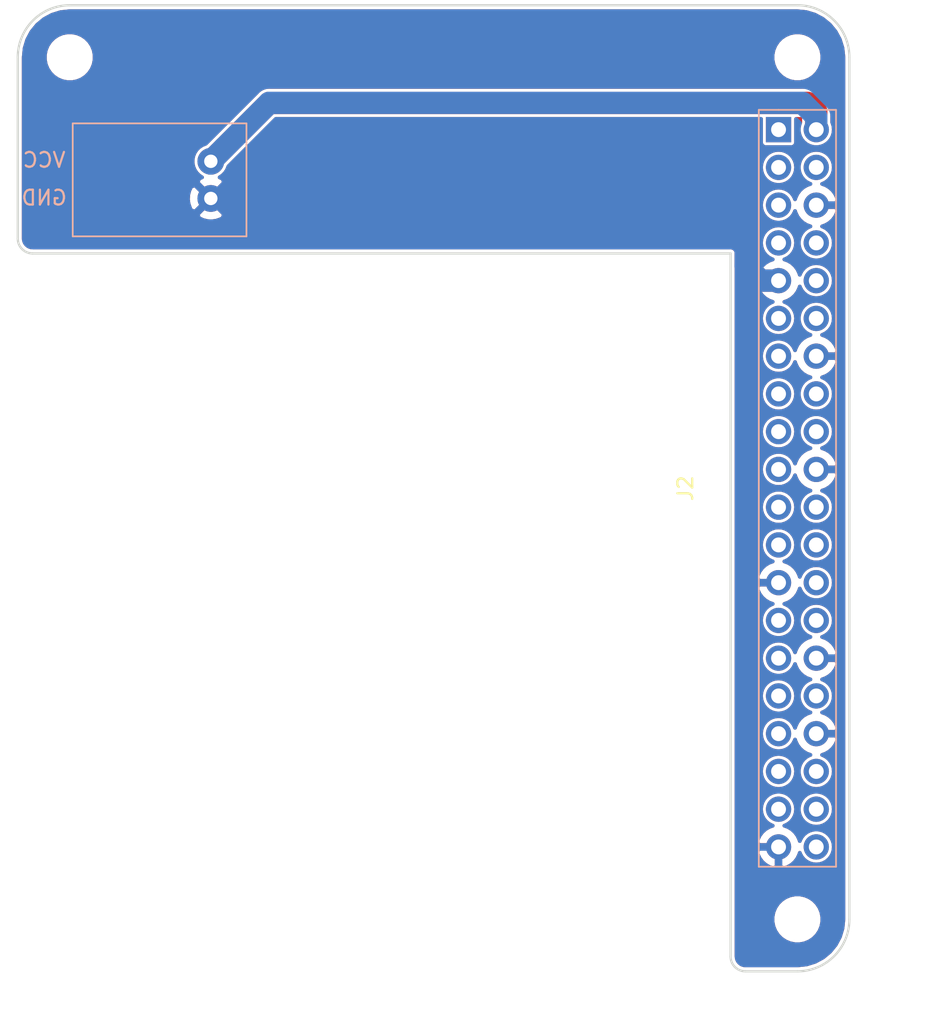
<source format=kicad_pcb>
(kicad_pcb (version 20171130) (host pcbnew "(5.1.4)-1")

  (general
    (thickness 1.6)
    (drawings 13)
    (tracks 20)
    (zones 0)
    (modules 5)
    (nets 34)
  )

  (page A4)
  (layers
    (0 F.Cu signal)
    (1 In1.Cu signal)
    (2 In2.Cu signal)
    (31 B.Cu signal)
    (32 B.Adhes user)
    (33 F.Adhes user)
    (34 B.Paste user)
    (35 F.Paste user)
    (36 B.SilkS user)
    (37 F.SilkS user)
    (38 B.Mask user)
    (39 F.Mask user)
    (40 Dwgs.User user)
    (41 Cmts.User user)
    (42 Eco1.User user hide)
    (43 Eco2.User user hide)
    (44 Edge.Cuts user)
    (45 Margin user hide)
    (46 B.CrtYd user hide)
    (47 F.CrtYd user hide)
    (48 B.Fab user)
    (49 F.Fab user)
  )

  (setup
    (last_trace_width 0.15)
    (user_trace_width 0.15)
    (user_trace_width 0.2)
    (user_trace_width 0.25)
    (user_trace_width 0.4)
    (user_trace_width 0.5)
    (user_trace_width 0.6)
    (user_trace_width 1)
    (user_trace_width 1.5)
    (user_trace_width 2)
    (trace_clearance 0.2)
    (zone_clearance 0.2)
    (zone_45_only yes)
    (trace_min 0.15)
    (via_size 0.4)
    (via_drill 0.2)
    (via_min_size 0.4)
    (via_min_drill 0.2)
    (uvia_size 0.3)
    (uvia_drill 0.1)
    (uvias_allowed no)
    (uvia_min_size 0.2)
    (uvia_min_drill 0.1)
    (edge_width 0.15)
    (segment_width 0.15)
    (pcb_text_width 0.3)
    (pcb_text_size 1.5 1.5)
    (mod_edge_width 0.15)
    (mod_text_size 0.6 0.6)
    (mod_text_width 0.09)
    (pad_size 1.524 1.524)
    (pad_drill 0.762)
    (pad_to_mask_clearance 0.1)
    (aux_axis_origin 0 0)
    (visible_elements 7FFFFE3F)
    (pcbplotparams
      (layerselection 0x010f8_80000007)
      (usegerberextensions false)
      (usegerberattributes false)
      (usegerberadvancedattributes false)
      (creategerberjobfile false)
      (excludeedgelayer false)
      (linewidth 0.100000)
      (plotframeref false)
      (viasonmask false)
      (mode 1)
      (useauxorigin false)
      (hpglpennumber 1)
      (hpglpenspeed 20)
      (hpglpendiameter 15.000000)
      (psnegative false)
      (psa4output false)
      (plotreference true)
      (plotvalue false)
      (plotinvisibletext false)
      (padsonsilk true)
      (subtractmaskfromsilk false)
      (outputformat 1)
      (mirror false)
      (drillshape 0)
      (scaleselection 1)
      (outputdirectory "prod"))
  )

  (net 0 "")
  (net 1 "Net-(J2-Pad3)")
  (net 2 "Net-(J2-Pad15)")
  (net 3 "Net-(J2-Pad16)")
  (net 4 "Net-(J2-Pad4)")
  (net 5 "Net-(J2-Pad5)")
  (net 6 "Net-(J2-Pad1)")
  (net 7 "Net-(J2-Pad23)")
  (net 8 "Net-(J2-Pad24)")
  (net 9 "Net-(J2-Pad11)")
  (net 10 "Net-(J2-Pad12)")
  (net 11 "Net-(J2-Pad27)")
  (net 12 "Net-(J2-Pad28)")
  (net 13 "Net-(J2-Pad13)")
  (net 14 "Net-(J2-Pad10)")
  (net 15 "Net-(J2-Pad19)")
  (net 16 "Net-(J2-Pad37)")
  (net 17 "Net-(J2-Pad38)")
  (net 18 "Net-(J2-Pad33)")
  (net 19 "Net-(J2-Pad35)")
  (net 20 "Net-(J2-Pad36)")
  (net 21 "Net-(J2-Pad17)")
  (net 22 "Net-(J2-Pad18)")
  (net 23 "Net-(J2-Pad31)")
  (net 24 "Net-(J2-Pad32)")
  (net 25 "Net-(J2-Pad7)")
  (net 26 "Net-(J2-Pad8)")
  (net 27 "Net-(J2-Pad29)")
  (net 28 "Net-(J2-Pad21)")
  (net 29 "Net-(J2-Pad22)")
  (net 30 "Net-(J2-Pad26)")
  (net 31 "Net-(J2-Pad40)")
  (net 32 5V)
  (net 33 GND)

  (net_class Default "This is the default net class."
    (clearance 0.2)
    (trace_width 0.15)
    (via_dia 0.4)
    (via_drill 0.2)
    (uvia_dia 0.3)
    (uvia_drill 0.1)
    (add_net 5V)
    (add_net GND)
    (add_net "Net-(J2-Pad1)")
    (add_net "Net-(J2-Pad10)")
    (add_net "Net-(J2-Pad11)")
    (add_net "Net-(J2-Pad12)")
    (add_net "Net-(J2-Pad13)")
    (add_net "Net-(J2-Pad15)")
    (add_net "Net-(J2-Pad16)")
    (add_net "Net-(J2-Pad17)")
    (add_net "Net-(J2-Pad18)")
    (add_net "Net-(J2-Pad19)")
    (add_net "Net-(J2-Pad21)")
    (add_net "Net-(J2-Pad22)")
    (add_net "Net-(J2-Pad23)")
    (add_net "Net-(J2-Pad24)")
    (add_net "Net-(J2-Pad26)")
    (add_net "Net-(J2-Pad27)")
    (add_net "Net-(J2-Pad28)")
    (add_net "Net-(J2-Pad29)")
    (add_net "Net-(J2-Pad3)")
    (add_net "Net-(J2-Pad31)")
    (add_net "Net-(J2-Pad32)")
    (add_net "Net-(J2-Pad33)")
    (add_net "Net-(J2-Pad35)")
    (add_net "Net-(J2-Pad36)")
    (add_net "Net-(J2-Pad37)")
    (add_net "Net-(J2-Pad38)")
    (add_net "Net-(J2-Pad4)")
    (add_net "Net-(J2-Pad40)")
    (add_net "Net-(J2-Pad5)")
    (add_net "Net-(J2-Pad7)")
    (add_net "Net-(J2-Pad8)")
  )

  (module hoshina_library:Thinker_board_pin (layer F.Cu) (tedit 5D70C012) (tstamp 5D711A1A)
    (at 51.23 8.37)
    (descr "Raspberry Pi Zero using through hole straight pin socket, 2x20, 2.54mm pitch, https://www.raspberrypi.org/documentation/hardware/raspberrypi/mechanical/rpi_MECH_Zero_1p2.pdf")
    (tags "raspberry pi zero through hole")
    (path /5D71C5B8)
    (fp_text reference J2 (at -6.27 24.13 90) (layer F.SilkS)
      (effects (font (size 1 1) (thickness 0.15)))
    )
    (fp_text value Thinker_board_S (at 10.23 24.13 270) (layer F.Fab)
      (effects (font (size 1 1) (thickness 0.15)))
    )
    (fp_line (start -1.27 -0.27) (end -1.27 49.53) (layer B.Fab) (width 0.1))
    (fp_line (start 3.81 -1.27) (end -0.27 -1.27) (layer B.Fab) (width 0.1))
    (fp_line (start -0.27 -1.27) (end -1.27 -0.27) (layer B.Fab) (width 0.1))
    (fp_line (start 3.87 49.59) (end -1.33 49.59) (layer B.SilkS) (width 0.12))
    (fp_line (start -1.33 0) (end -1.33 49.59) (layer B.SilkS) (width 0.12))
    (fp_line (start -1.33 -1.33) (end -1.33 0) (layer B.SilkS) (width 0.12))
    (fp_line (start 0 -1.33) (end -1.33 -1.33) (layer B.SilkS) (width 0.12))
    (fp_line (start -1.76 50) (end 4.34 50) (layer B.CrtYd) (width 0.05))
    (fp_line (start 4.34 50) (end 4.34 -1.8) (layer B.CrtYd) (width 0.05))
    (fp_line (start 4.34 -1.8) (end -1.76 -1.8) (layer B.CrtYd) (width 0.05))
    (fp_line (start -1.76 -1.8) (end -1.76 50) (layer B.CrtYd) (width 0.05))
    (fp_line (start 3.87 -1.33) (end 0 -1.33) (layer B.SilkS) (width 0.12))
    (fp_line (start 3.87 -1.33) (end 3.87 49.59) (layer B.SilkS) (width 0.12))
    (fp_line (start -1.27 49.53) (end 3.81 49.53) (layer B.Fab) (width 0.1))
    (fp_line (start 3.81 49.53) (end 3.81 -1.27) (layer B.Fab) (width 0.1))
    (fp_text user %R (at 1.27 24.13 90) (layer B.Fab)
      (effects (font (size 1 1) (thickness 0.15)) (justify mirror))
    )
    (pad 6 thru_hole oval (at 2.54 5.08 180) (size 1.7 1.7) (drill 1) (layers *.Cu *.Mask)
      (net 33 GND))
    (pad 3 thru_hole oval (at 0 2.54 180) (size 1.7 1.7) (drill 1) (layers *.Cu *.Mask)
      (net 1 "Net-(J2-Pad3)"))
    (pad 15 thru_hole oval (at 0 17.78 180) (size 1.7 1.7) (drill 1) (layers *.Cu *.Mask)
      (net 2 "Net-(J2-Pad15)"))
    (pad 16 thru_hole oval (at 2.54 17.78 180) (size 1.7 1.7) (drill 1) (layers *.Cu *.Mask)
      (net 3 "Net-(J2-Pad16)"))
    (pad 4 thru_hole oval (at 2.54 2.54 180) (size 1.7 1.7) (drill 1) (layers *.Cu *.Mask)
      (net 4 "Net-(J2-Pad4)"))
    (pad 5 thru_hole oval (at 0 5.08 180) (size 1.7 1.7) (drill 1) (layers *.Cu *.Mask)
      (net 5 "Net-(J2-Pad5)"))
    (pad 2 thru_hole oval (at 2.54 0 180) (size 1.7 1.7) (drill 1) (layers *.Cu *.Mask)
      (net 32 5V))
    (pad 1 thru_hole rect (at 0 0 180) (size 1.7 1.7) (drill 1) (layers *.Cu *.Mask)
      (net 6 "Net-(J2-Pad1)"))
    (pad 23 thru_hole oval (at 0 27.94 180) (size 1.7 1.7) (drill 1) (layers *.Cu *.Mask)
      (net 7 "Net-(J2-Pad23)"))
    (pad 24 thru_hole oval (at 2.54 27.94 180) (size 1.7 1.7) (drill 1) (layers *.Cu *.Mask)
      (net 8 "Net-(J2-Pad24)"))
    (pad 11 thru_hole oval (at 0 12.7 180) (size 1.7 1.7) (drill 1) (layers *.Cu *.Mask)
      (net 9 "Net-(J2-Pad11)"))
    (pad 12 thru_hole oval (at 2.54 12.7 180) (size 1.7 1.7) (drill 1) (layers *.Cu *.Mask)
      (net 10 "Net-(J2-Pad12)"))
    (pad 27 thru_hole oval (at 0 33.02 180) (size 1.7 1.7) (drill 1) (layers *.Cu *.Mask)
      (net 11 "Net-(J2-Pad27)"))
    (pad 28 thru_hole oval (at 2.54 33.02 180) (size 1.7 1.7) (drill 1) (layers *.Cu *.Mask)
      (net 12 "Net-(J2-Pad28)"))
    (pad 13 thru_hole oval (at 0 15.24 180) (size 1.7 1.7) (drill 1) (layers *.Cu *.Mask)
      (net 13 "Net-(J2-Pad13)"))
    (pad 14 thru_hole oval (at 2.54 15.24 180) (size 1.7 1.7) (drill 1) (layers *.Cu *.Mask)
      (net 33 GND))
    (pad 9 thru_hole oval (at 0 10.16 180) (size 1.7 1.7) (drill 1) (layers *.Cu *.Mask)
      (net 33 GND))
    (pad 10 thru_hole oval (at 2.54 10.16 180) (size 1.7 1.7) (drill 1) (layers *.Cu *.Mask)
      (net 14 "Net-(J2-Pad10)"))
    (pad 19 thru_hole oval (at 0 22.86 180) (size 1.7 1.7) (drill 1) (layers *.Cu *.Mask)
      (net 15 "Net-(J2-Pad19)"))
    (pad 20 thru_hole oval (at 2.54 22.86 180) (size 1.7 1.7) (drill 1) (layers *.Cu *.Mask)
      (net 33 GND))
    (pad 37 thru_hole oval (at 0 45.72 180) (size 1.7 1.7) (drill 1) (layers *.Cu *.Mask)
      (net 16 "Net-(J2-Pad37)"))
    (pad 38 thru_hole oval (at 2.54 45.72 180) (size 1.7 1.7) (drill 1) (layers *.Cu *.Mask)
      (net 17 "Net-(J2-Pad38)"))
    (pad 33 thru_hole oval (at 0 40.64 180) (size 1.7 1.7) (drill 1) (layers *.Cu *.Mask)
      (net 18 "Net-(J2-Pad33)"))
    (pad 34 thru_hole oval (at 2.54 40.64 180) (size 1.7 1.7) (drill 1) (layers *.Cu *.Mask)
      (net 33 GND))
    (pad 35 thru_hole oval (at 0 43.18 180) (size 1.7 1.7) (drill 1) (layers *.Cu *.Mask)
      (net 19 "Net-(J2-Pad35)"))
    (pad 36 thru_hole oval (at 2.54 43.18 180) (size 1.7 1.7) (drill 1) (layers *.Cu *.Mask)
      (net 20 "Net-(J2-Pad36)"))
    (pad 17 thru_hole oval (at 0 20.32 180) (size 1.7 1.7) (drill 1) (layers *.Cu *.Mask)
      (net 21 "Net-(J2-Pad17)"))
    (pad 18 thru_hole oval (at 2.54 20.32 180) (size 1.7 1.7) (drill 1) (layers *.Cu *.Mask)
      (net 22 "Net-(J2-Pad18)"))
    (pad 31 thru_hole oval (at 0 38.1 180) (size 1.7 1.7) (drill 1) (layers *.Cu *.Mask)
      (net 23 "Net-(J2-Pad31)"))
    (pad 32 thru_hole oval (at 2.54 38.1 180) (size 1.7 1.7) (drill 1) (layers *.Cu *.Mask)
      (net 24 "Net-(J2-Pad32)"))
    (pad 7 thru_hole oval (at 0 7.62 180) (size 1.7 1.7) (drill 1) (layers *.Cu *.Mask)
      (net 25 "Net-(J2-Pad7)"))
    (pad 8 thru_hole oval (at 2.54 7.62 180) (size 1.7 1.7) (drill 1) (layers *.Cu *.Mask)
      (net 26 "Net-(J2-Pad8)"))
    (pad 29 thru_hole oval (at 0 35.56 180) (size 1.7 1.7) (drill 1) (layers *.Cu *.Mask)
      (net 27 "Net-(J2-Pad29)"))
    (pad 30 thru_hole oval (at 2.54 35.56 180) (size 1.7 1.7) (drill 1) (layers *.Cu *.Mask)
      (net 33 GND))
    (pad 21 thru_hole oval (at 0 25.4 180) (size 1.7 1.7) (drill 1) (layers *.Cu *.Mask)
      (net 28 "Net-(J2-Pad21)"))
    (pad 22 thru_hole oval (at 2.54 25.4 180) (size 1.7 1.7) (drill 1) (layers *.Cu *.Mask)
      (net 29 "Net-(J2-Pad22)"))
    (pad 25 thru_hole oval (at 0 30.48 180) (size 1.7 1.7) (drill 1) (layers *.Cu *.Mask)
      (net 33 GND))
    (pad 26 thru_hole oval (at 2.54 30.48 180) (size 1.7 1.7) (drill 1) (layers *.Cu *.Mask)
      (net 30 "Net-(J2-Pad26)"))
    (pad 39 thru_hole oval (at 0 48.26 180) (size 1.7 1.7) (drill 1) (layers *.Cu *.Mask)
      (net 33 GND))
    (pad 40 thru_hole oval (at 2.54 48.26 180) (size 1.7 1.7) (drill 1) (layers *.Cu *.Mask)
      (net 31 "Net-(J2-Pad40)"))
    (model ${KISYS3DMOD}/Module.3dshapes/Raspberry_Pi_Zero_Socketed_THT_FaceDown_MountingHoles.wrl
      (at (xyz 0 0 0))
      (scale (xyz 1 1 1))
      (rotate (xyz 0 0 0))
    )
  )

  (module hoshina_library:S2B-XH-A (layer B.Cu) (tedit 5D5E2082) (tstamp 5D70EEED)
    (at 13 13 180)
    (path /5D710EE3)
    (fp_text reference U1 (at 0 -5.5) (layer B.CrtYd)
      (effects (font (size 1 1) (thickness 0.15)) (justify mirror))
    )
    (fp_text value XH_S (at 0 -4.5) (layer B.Fab)
      (effects (font (size 1 1) (thickness 0.15)) (justify mirror))
    )
    (fp_line (start 9.2 4.95) (end 9.2 -2.45) (layer B.CrtYd) (width 0.12))
    (fp_line (start 9.2 4.95) (end -2.3 4.95) (layer B.CrtYd) (width 0.12))
    (fp_line (start -2.3 4.95) (end -2.3 -2.45) (layer B.CrtYd) (width 0.12))
    (fp_line (start -2.3 -2.45) (end 9.2 -2.45) (layer B.CrtYd) (width 0.12))
    (fp_line (start 9.3 5.05) (end -2.4 5.05) (layer B.SilkS) (width 0.12))
    (fp_line (start -2.4 5.05) (end -2.4 -2.55) (layer B.SilkS) (width 0.12))
    (fp_line (start -2.4 -2.55) (end 9.3 -2.55) (layer B.SilkS) (width 0.12))
    (fp_line (start 9.3 5.05) (end 9.3 -2.55) (layer B.SilkS) (width 0.12))
    (pad 2 thru_hole circle (at 0 0 180) (size 1.8 1.8) (drill 0.9) (layers *.Cu *.Mask)
      (net 33 GND))
    (pad 1 thru_hole circle (at 0 2.5 180) (size 1.8 1.8) (drill 0.9) (layers *.Cu *.Mask)
      (net 32 5V))
  )

  (module hoshina_library:Hole_2.7mm (layer F.Cu) (tedit 5D70EF11) (tstamp 5D7144FE)
    (at 3.5 3.5)
    (path /5D712F7D)
    (fp_text reference H1 (at 0 5) (layer F.CrtYd)
      (effects (font (size 1 1) (thickness 0.15)))
    )
    (fp_text value Hole_2.7mm (at 0 2.5) (layer F.Fab)
      (effects (font (size 1 1) (thickness 0.15)))
    )
    (pad "" np_thru_hole circle (at 0 0) (size 2.7 2.7) (drill 2.7) (layers *.Cu *.Mask))
  )

  (module hoshina_library:Hole_2.7mm (layer F.Cu) (tedit 5D70EF11) (tstamp 5D714503)
    (at 52.5 3.5)
    (path /5D712FF0)
    (fp_text reference H2 (at 0 5) (layer F.CrtYd)
      (effects (font (size 1 1) (thickness 0.15)))
    )
    (fp_text value Hole_2.7mm (at 0 2.5) (layer F.Fab)
      (effects (font (size 1 1) (thickness 0.15)))
    )
    (pad "" np_thru_hole circle (at 0 0) (size 2.7 2.7) (drill 2.7) (layers *.Cu *.Mask))
  )

  (module hoshina_library:Hole_2.7mm (layer F.Cu) (tedit 5D70EF11) (tstamp 5D714508)
    (at 52.5 61.5)
    (path /5D7131FF)
    (fp_text reference H3 (at 0 5) (layer F.CrtYd)
      (effects (font (size 1 1) (thickness 0.15)))
    )
    (fp_text value Hole_2.7mm (at 0 2.5) (layer F.Fab)
      (effects (font (size 1 1) (thickness 0.15)))
    )
    (pad "" np_thru_hole circle (at 0 0) (size 2.7 2.7) (drill 2.7) (layers *.Cu *.Mask))
  )

  (gr_text GND (at 1.778 12.954) (layer B.SilkS) (tstamp 5D70F191)
    (effects (font (size 1 1) (thickness 0.15)) (justify mirror))
  )
  (gr_text VCC (at 1.778 10.414) (layer B.SilkS)
    (effects (font (size 1 1) (thickness 0.15)) (justify mirror))
  )
  (gr_arc (start 49 64) (end 48 64) (angle -90) (layer Edge.Cuts) (width 0.15))
  (gr_arc (start 1 15.7) (end 0 15.7) (angle -90) (layer Edge.Cuts) (width 0.15))
  (gr_arc (start 52.5 61.5) (end 52.5 65) (angle -90) (layer Edge.Cuts) (width 0.15))
  (gr_arc (start 52.5 3.5) (end 56 3.5) (angle -90) (layer Edge.Cuts) (width 0.15))
  (gr_arc (start 3.5 3.5) (end 3.5 0) (angle -90) (layer Edge.Cuts) (width 0.15))
  (gr_line (start 49 65) (end 52.5 65) (layer Edge.Cuts) (width 0.15) (tstamp 5D711C5C))
  (gr_line (start 48 16.7) (end 48 64) (layer Edge.Cuts) (width 0.15))
  (gr_line (start 56 3.5) (end 56 61.5) (layer Edge.Cuts) (width 0.15))
  (gr_line (start 1 16.7) (end 48 16.7) (layer Edge.Cuts) (width 0.15))
  (gr_line (start 0 3.5) (end 0 15.7) (layer Edge.Cuts) (width 0.15))
  (gr_line (start 3.5 0) (end 52.5 0) (layer Edge.Cuts) (width 0.15))

  (segment (start 53.77 7.167919) (end 53.77 8.37) (width 1.5) (layer F.Cu) (net 32))
  (segment (start 53.17208 6.569999) (end 53.77 7.167919) (width 1.5) (layer F.Cu) (net 32))
  (segment (start 13 10.5) (end 16.930001 6.569999) (width 1.5) (layer F.Cu) (net 32))
  (segment (start 16.930001 6.569999) (end 53.17208 6.569999) (width 1.5) (layer F.Cu) (net 32))
  (segment (start 13.899999 9.600001) (end 13 10.5) (width 1.5) (layer B.Cu) (net 32))
  (segment (start 16.930001 6.569999) (end 13.899999 9.600001) (width 1.5) (layer B.Cu) (net 32))
  (segment (start 52.840001 6.569999) (end 16.930001 6.569999) (width 1.5) (layer B.Cu) (net 32))
  (segment (start 53.77 8.37) (end 53.77 7.499998) (width 1.5) (layer B.Cu) (net 32))
  (segment (start 53.77 7.499998) (end 52.840001 6.569999) (width 1.5) (layer B.Cu) (net 32))
  (segment (start 50.027919 18.53) (end 51.23 18.53) (width 1.5) (layer B.Cu) (net 33))
  (segment (start 49.02501 17.527091) (end 50.027919 18.53) (width 1.5) (layer B.Cu) (net 33))
  (segment (start 49.02501 14.72101) (end 49.02501 17.527091) (width 1.5) (layer B.Cu) (net 33))
  (segment (start 13 13) (end 47.304 13) (width 1.5) (layer B.Cu) (net 33))
  (segment (start 47.304 13) (end 49.02501 14.72101) (width 1.5) (layer B.Cu) (net 33))
  (segment (start 14.272792 13) (end 13 13) (width 1.5) (layer F.Cu) (net 33))
  (segment (start 45.749583 13) (end 14.272792 13) (width 1.5) (layer F.Cu) (net 33))
  (segment (start 49.02501 16.275427) (end 45.749583 13) (width 1.5) (layer F.Cu) (net 33))
  (segment (start 49.02501 17.527091) (end 49.02501 16.275427) (width 1.5) (layer F.Cu) (net 33))
  (segment (start 51.23 18.53) (end 50.027919 18.53) (width 1.5) (layer F.Cu) (net 33))
  (segment (start 50.027919 18.53) (end 49.02501 17.527091) (width 1.5) (layer F.Cu) (net 33))

  (zone (net 33) (net_name GND) (layer F.Cu) (tstamp 0) (hatch edge 0.508)
    (connect_pads (clearance 0.2))
    (min_thickness 0.254)
    (fill yes (arc_segments 32) (thermal_gap 0.508) (thermal_bridge_width 0.508))
    (polygon
      (pts
        (xy 0 0) (xy 58.42 0) (xy 58.42 68.58) (xy 0 68.58)
      )
    )
    (filled_polygon
      (pts
        (xy 53.101363 0.462892) (xy 53.679818 0.637538) (xy 54.213342 0.921217) (xy 54.681602 1.303121) (xy 55.066758 1.768695)
        (xy 55.354155 2.300225) (xy 55.532835 2.877446) (xy 55.597988 3.49733) (xy 55.598 3.500823) (xy 55.598001 61.480333)
        (xy 55.537108 62.101363) (xy 55.362462 62.67982) (xy 55.078783 63.213342) (xy 54.696882 63.6816) (xy 54.231303 64.06676)
        (xy 53.699776 64.354155) (xy 53.122554 64.532835) (xy 52.50267 64.597988) (xy 52.499177 64.598) (xy 49.019657 64.598)
        (xy 48.884224 64.58472) (xy 48.772854 64.551095) (xy 48.67014 64.496482) (xy 48.579986 64.422954) (xy 48.505832 64.333318)
        (xy 48.450503 64.230989) (xy 48.416103 64.119859) (xy 48.402 63.985681) (xy 48.402 61.33483) (xy 50.823 61.33483)
        (xy 50.823 61.66517) (xy 50.887446 61.989163) (xy 51.013862 62.294357) (xy 51.197389 62.569025) (xy 51.430975 62.802611)
        (xy 51.705643 62.986138) (xy 52.010837 63.112554) (xy 52.33483 63.177) (xy 52.66517 63.177) (xy 52.989163 63.112554)
        (xy 53.294357 62.986138) (xy 53.569025 62.802611) (xy 53.802611 62.569025) (xy 53.986138 62.294357) (xy 54.112554 61.989163)
        (xy 54.177 61.66517) (xy 54.177 61.33483) (xy 54.112554 61.010837) (xy 53.986138 60.705643) (xy 53.802611 60.430975)
        (xy 53.569025 60.197389) (xy 53.294357 60.013862) (xy 52.989163 59.887446) (xy 52.66517 59.823) (xy 52.33483 59.823)
        (xy 52.010837 59.887446) (xy 51.705643 60.013862) (xy 51.430975 60.197389) (xy 51.197389 60.430975) (xy 51.013862 60.705643)
        (xy 50.887446 61.010837) (xy 50.823 61.33483) (xy 48.402 61.33483) (xy 48.402 56.98689) (xy 49.788524 56.98689)
        (xy 49.833175 57.134099) (xy 49.958359 57.39692) (xy 50.132412 57.630269) (xy 50.348645 57.825178) (xy 50.598748 57.974157)
        (xy 50.873109 58.071481) (xy 51.103 57.950814) (xy 51.103 56.757) (xy 49.909845 56.757) (xy 49.788524 56.98689)
        (xy 48.402 56.98689) (xy 48.402 56.27311) (xy 49.788524 56.27311) (xy 49.909845 56.503) (xy 51.103 56.503)
        (xy 51.103 56.483) (xy 51.357 56.483) (xy 51.357 56.503) (xy 51.377 56.503) (xy 51.377 56.757)
        (xy 51.357 56.757) (xy 51.357 57.950814) (xy 51.586891 58.071481) (xy 51.861252 57.974157) (xy 52.111355 57.825178)
        (xy 52.327588 57.630269) (xy 52.501641 57.39692) (xy 52.626825 57.134099) (xy 52.659889 57.025091) (xy 52.677333 57.082597)
        (xy 52.786626 57.28707) (xy 52.933709 57.466291) (xy 53.11293 57.613374) (xy 53.317403 57.722667) (xy 53.539268 57.789969)
        (xy 53.712188 57.807) (xy 53.827812 57.807) (xy 54.000732 57.789969) (xy 54.222597 57.722667) (xy 54.42707 57.613374)
        (xy 54.606291 57.466291) (xy 54.753374 57.28707) (xy 54.862667 57.082597) (xy 54.929969 56.860732) (xy 54.952694 56.63)
        (xy 54.929969 56.399268) (xy 54.862667 56.177403) (xy 54.753374 55.97293) (xy 54.606291 55.793709) (xy 54.42707 55.646626)
        (xy 54.222597 55.537333) (xy 54.000732 55.470031) (xy 53.827812 55.453) (xy 53.712188 55.453) (xy 53.539268 55.470031)
        (xy 53.317403 55.537333) (xy 53.11293 55.646626) (xy 52.933709 55.793709) (xy 52.786626 55.97293) (xy 52.677333 56.177403)
        (xy 52.659889 56.234909) (xy 52.626825 56.125901) (xy 52.501641 55.86308) (xy 52.327588 55.629731) (xy 52.111355 55.434822)
        (xy 51.861252 55.285843) (xy 51.622115 55.201014) (xy 51.682597 55.182667) (xy 51.88707 55.073374) (xy 52.066291 54.926291)
        (xy 52.213374 54.74707) (xy 52.322667 54.542597) (xy 52.389969 54.320732) (xy 52.412694 54.09) (xy 52.587306 54.09)
        (xy 52.610031 54.320732) (xy 52.677333 54.542597) (xy 52.786626 54.74707) (xy 52.933709 54.926291) (xy 53.11293 55.073374)
        (xy 53.317403 55.182667) (xy 53.539268 55.249969) (xy 53.712188 55.267) (xy 53.827812 55.267) (xy 54.000732 55.249969)
        (xy 54.222597 55.182667) (xy 54.42707 55.073374) (xy 54.606291 54.926291) (xy 54.753374 54.74707) (xy 54.862667 54.542597)
        (xy 54.929969 54.320732) (xy 54.952694 54.09) (xy 54.929969 53.859268) (xy 54.862667 53.637403) (xy 54.753374 53.43293)
        (xy 54.606291 53.253709) (xy 54.42707 53.106626) (xy 54.222597 52.997333) (xy 54.000732 52.930031) (xy 53.827812 52.913)
        (xy 53.712188 52.913) (xy 53.539268 52.930031) (xy 53.317403 52.997333) (xy 53.11293 53.106626) (xy 52.933709 53.253709)
        (xy 52.786626 53.43293) (xy 52.677333 53.637403) (xy 52.610031 53.859268) (xy 52.587306 54.09) (xy 52.412694 54.09)
        (xy 52.389969 53.859268) (xy 52.322667 53.637403) (xy 52.213374 53.43293) (xy 52.066291 53.253709) (xy 51.88707 53.106626)
        (xy 51.682597 52.997333) (xy 51.460732 52.930031) (xy 51.287812 52.913) (xy 51.172188 52.913) (xy 50.999268 52.930031)
        (xy 50.777403 52.997333) (xy 50.57293 53.106626) (xy 50.393709 53.253709) (xy 50.246626 53.43293) (xy 50.137333 53.637403)
        (xy 50.070031 53.859268) (xy 50.047306 54.09) (xy 50.070031 54.320732) (xy 50.137333 54.542597) (xy 50.246626 54.74707)
        (xy 50.393709 54.926291) (xy 50.57293 55.073374) (xy 50.777403 55.182667) (xy 50.837885 55.201014) (xy 50.598748 55.285843)
        (xy 50.348645 55.434822) (xy 50.132412 55.629731) (xy 49.958359 55.86308) (xy 49.833175 56.125901) (xy 49.788524 56.27311)
        (xy 48.402 56.27311) (xy 48.402 51.55) (xy 50.047306 51.55) (xy 50.070031 51.780732) (xy 50.137333 52.002597)
        (xy 50.246626 52.20707) (xy 50.393709 52.386291) (xy 50.57293 52.533374) (xy 50.777403 52.642667) (xy 50.999268 52.709969)
        (xy 51.172188 52.727) (xy 51.287812 52.727) (xy 51.460732 52.709969) (xy 51.682597 52.642667) (xy 51.88707 52.533374)
        (xy 52.066291 52.386291) (xy 52.213374 52.20707) (xy 52.322667 52.002597) (xy 52.389969 51.780732) (xy 52.412694 51.55)
        (xy 52.389969 51.319268) (xy 52.322667 51.097403) (xy 52.213374 50.89293) (xy 52.066291 50.713709) (xy 51.88707 50.566626)
        (xy 51.682597 50.457333) (xy 51.460732 50.390031) (xy 51.287812 50.373) (xy 51.172188 50.373) (xy 50.999268 50.390031)
        (xy 50.777403 50.457333) (xy 50.57293 50.566626) (xy 50.393709 50.713709) (xy 50.246626 50.89293) (xy 50.137333 51.097403)
        (xy 50.070031 51.319268) (xy 50.047306 51.55) (xy 48.402 51.55) (xy 48.402 46.47) (xy 50.047306 46.47)
        (xy 50.070031 46.700732) (xy 50.137333 46.922597) (xy 50.246626 47.12707) (xy 50.393709 47.306291) (xy 50.57293 47.453374)
        (xy 50.777403 47.562667) (xy 50.999268 47.629969) (xy 51.172188 47.647) (xy 51.287812 47.647) (xy 51.460732 47.629969)
        (xy 51.682597 47.562667) (xy 51.88707 47.453374) (xy 52.066291 47.306291) (xy 52.213374 47.12707) (xy 52.322667 46.922597)
        (xy 52.389969 46.700732) (xy 52.412694 46.47) (xy 52.389969 46.239268) (xy 52.322667 46.017403) (xy 52.213374 45.81293)
        (xy 52.066291 45.633709) (xy 51.88707 45.486626) (xy 51.682597 45.377333) (xy 51.460732 45.310031) (xy 51.287812 45.293)
        (xy 51.172188 45.293) (xy 50.999268 45.310031) (xy 50.777403 45.377333) (xy 50.57293 45.486626) (xy 50.393709 45.633709)
        (xy 50.246626 45.81293) (xy 50.137333 46.017403) (xy 50.070031 46.239268) (xy 50.047306 46.47) (xy 48.402 46.47)
        (xy 48.402 43.93) (xy 50.047306 43.93) (xy 50.070031 44.160732) (xy 50.137333 44.382597) (xy 50.246626 44.58707)
        (xy 50.393709 44.766291) (xy 50.57293 44.913374) (xy 50.777403 45.022667) (xy 50.999268 45.089969) (xy 51.172188 45.107)
        (xy 51.287812 45.107) (xy 51.460732 45.089969) (xy 51.682597 45.022667) (xy 51.88707 44.913374) (xy 52.066291 44.766291)
        (xy 52.213374 44.58707) (xy 52.322667 44.382597) (xy 52.340111 44.325091) (xy 52.373175 44.434099) (xy 52.498359 44.69692)
        (xy 52.672412 44.930269) (xy 52.888645 45.125178) (xy 53.138748 45.274157) (xy 53.377885 45.358986) (xy 53.317403 45.377333)
        (xy 53.11293 45.486626) (xy 52.933709 45.633709) (xy 52.786626 45.81293) (xy 52.677333 46.017403) (xy 52.610031 46.239268)
        (xy 52.587306 46.47) (xy 52.610031 46.700732) (xy 52.677333 46.922597) (xy 52.786626 47.12707) (xy 52.933709 47.306291)
        (xy 53.11293 47.453374) (xy 53.317403 47.562667) (xy 53.377885 47.581014) (xy 53.138748 47.665843) (xy 52.888645 47.814822)
        (xy 52.672412 48.009731) (xy 52.498359 48.24308) (xy 52.373175 48.505901) (xy 52.340111 48.614909) (xy 52.322667 48.557403)
        (xy 52.213374 48.35293) (xy 52.066291 48.173709) (xy 51.88707 48.026626) (xy 51.682597 47.917333) (xy 51.460732 47.850031)
        (xy 51.287812 47.833) (xy 51.172188 47.833) (xy 50.999268 47.850031) (xy 50.777403 47.917333) (xy 50.57293 48.026626)
        (xy 50.393709 48.173709) (xy 50.246626 48.35293) (xy 50.137333 48.557403) (xy 50.070031 48.779268) (xy 50.047306 49.01)
        (xy 50.070031 49.240732) (xy 50.137333 49.462597) (xy 50.246626 49.66707) (xy 50.393709 49.846291) (xy 50.57293 49.993374)
        (xy 50.777403 50.102667) (xy 50.999268 50.169969) (xy 51.172188 50.187) (xy 51.287812 50.187) (xy 51.460732 50.169969)
        (xy 51.682597 50.102667) (xy 51.88707 49.993374) (xy 52.066291 49.846291) (xy 52.213374 49.66707) (xy 52.322667 49.462597)
        (xy 52.340111 49.405091) (xy 52.373175 49.514099) (xy 52.498359 49.77692) (xy 52.672412 50.010269) (xy 52.888645 50.205178)
        (xy 53.138748 50.354157) (xy 53.377885 50.438986) (xy 53.317403 50.457333) (xy 53.11293 50.566626) (xy 52.933709 50.713709)
        (xy 52.786626 50.89293) (xy 52.677333 51.097403) (xy 52.610031 51.319268) (xy 52.587306 51.55) (xy 52.610031 51.780732)
        (xy 52.677333 52.002597) (xy 52.786626 52.20707) (xy 52.933709 52.386291) (xy 53.11293 52.533374) (xy 53.317403 52.642667)
        (xy 53.539268 52.709969) (xy 53.712188 52.727) (xy 53.827812 52.727) (xy 54.000732 52.709969) (xy 54.222597 52.642667)
        (xy 54.42707 52.533374) (xy 54.606291 52.386291) (xy 54.753374 52.20707) (xy 54.862667 52.002597) (xy 54.929969 51.780732)
        (xy 54.952694 51.55) (xy 54.929969 51.319268) (xy 54.862667 51.097403) (xy 54.753374 50.89293) (xy 54.606291 50.713709)
        (xy 54.42707 50.566626) (xy 54.222597 50.457333) (xy 54.162115 50.438986) (xy 54.401252 50.354157) (xy 54.651355 50.205178)
        (xy 54.867588 50.010269) (xy 55.041641 49.77692) (xy 55.166825 49.514099) (xy 55.211476 49.36689) (xy 55.090155 49.137)
        (xy 53.897 49.137) (xy 53.897 49.157) (xy 53.643 49.157) (xy 53.643 49.137) (xy 53.623 49.137)
        (xy 53.623 48.883) (xy 53.643 48.883) (xy 53.643 48.863) (xy 53.897 48.863) (xy 53.897 48.883)
        (xy 55.090155 48.883) (xy 55.211476 48.65311) (xy 55.166825 48.505901) (xy 55.041641 48.24308) (xy 54.867588 48.009731)
        (xy 54.651355 47.814822) (xy 54.401252 47.665843) (xy 54.162115 47.581014) (xy 54.222597 47.562667) (xy 54.42707 47.453374)
        (xy 54.606291 47.306291) (xy 54.753374 47.12707) (xy 54.862667 46.922597) (xy 54.929969 46.700732) (xy 54.952694 46.47)
        (xy 54.929969 46.239268) (xy 54.862667 46.017403) (xy 54.753374 45.81293) (xy 54.606291 45.633709) (xy 54.42707 45.486626)
        (xy 54.222597 45.377333) (xy 54.162115 45.358986) (xy 54.401252 45.274157) (xy 54.651355 45.125178) (xy 54.867588 44.930269)
        (xy 55.041641 44.69692) (xy 55.166825 44.434099) (xy 55.211476 44.28689) (xy 55.090155 44.057) (xy 53.897 44.057)
        (xy 53.897 44.077) (xy 53.643 44.077) (xy 53.643 44.057) (xy 53.623 44.057) (xy 53.623 43.803)
        (xy 53.643 43.803) (xy 53.643 43.783) (xy 53.897 43.783) (xy 53.897 43.803) (xy 55.090155 43.803)
        (xy 55.211476 43.57311) (xy 55.166825 43.425901) (xy 55.041641 43.16308) (xy 54.867588 42.929731) (xy 54.651355 42.734822)
        (xy 54.401252 42.585843) (xy 54.162115 42.501014) (xy 54.222597 42.482667) (xy 54.42707 42.373374) (xy 54.606291 42.226291)
        (xy 54.753374 42.04707) (xy 54.862667 41.842597) (xy 54.929969 41.620732) (xy 54.952694 41.39) (xy 54.929969 41.159268)
        (xy 54.862667 40.937403) (xy 54.753374 40.73293) (xy 54.606291 40.553709) (xy 54.42707 40.406626) (xy 54.222597 40.297333)
        (xy 54.000732 40.230031) (xy 53.827812 40.213) (xy 53.712188 40.213) (xy 53.539268 40.230031) (xy 53.317403 40.297333)
        (xy 53.11293 40.406626) (xy 52.933709 40.553709) (xy 52.786626 40.73293) (xy 52.677333 40.937403) (xy 52.610031 41.159268)
        (xy 52.587306 41.39) (xy 52.610031 41.620732) (xy 52.677333 41.842597) (xy 52.786626 42.04707) (xy 52.933709 42.226291)
        (xy 53.11293 42.373374) (xy 53.317403 42.482667) (xy 53.377885 42.501014) (xy 53.138748 42.585843) (xy 52.888645 42.734822)
        (xy 52.672412 42.929731) (xy 52.498359 43.16308) (xy 52.373175 43.425901) (xy 52.340111 43.534909) (xy 52.322667 43.477403)
        (xy 52.213374 43.27293) (xy 52.066291 43.093709) (xy 51.88707 42.946626) (xy 51.682597 42.837333) (xy 51.460732 42.770031)
        (xy 51.287812 42.753) (xy 51.172188 42.753) (xy 50.999268 42.770031) (xy 50.777403 42.837333) (xy 50.57293 42.946626)
        (xy 50.393709 43.093709) (xy 50.246626 43.27293) (xy 50.137333 43.477403) (xy 50.070031 43.699268) (xy 50.047306 43.93)
        (xy 48.402 43.93) (xy 48.402 38.49311) (xy 49.788524 38.49311) (xy 49.909845 38.723) (xy 51.103 38.723)
        (xy 51.103 38.703) (xy 51.357 38.703) (xy 51.357 38.723) (xy 51.377 38.723) (xy 51.377 38.977)
        (xy 51.357 38.977) (xy 51.357 38.997) (xy 51.103 38.997) (xy 51.103 38.977) (xy 49.909845 38.977)
        (xy 49.788524 39.20689) (xy 49.833175 39.354099) (xy 49.958359 39.61692) (xy 50.132412 39.850269) (xy 50.348645 40.045178)
        (xy 50.598748 40.194157) (xy 50.837885 40.278986) (xy 50.777403 40.297333) (xy 50.57293 40.406626) (xy 50.393709 40.553709)
        (xy 50.246626 40.73293) (xy 50.137333 40.937403) (xy 50.070031 41.159268) (xy 50.047306 41.39) (xy 50.070031 41.620732)
        (xy 50.137333 41.842597) (xy 50.246626 42.04707) (xy 50.393709 42.226291) (xy 50.57293 42.373374) (xy 50.777403 42.482667)
        (xy 50.999268 42.549969) (xy 51.172188 42.567) (xy 51.287812 42.567) (xy 51.460732 42.549969) (xy 51.682597 42.482667)
        (xy 51.88707 42.373374) (xy 52.066291 42.226291) (xy 52.213374 42.04707) (xy 52.322667 41.842597) (xy 52.389969 41.620732)
        (xy 52.412694 41.39) (xy 52.389969 41.159268) (xy 52.322667 40.937403) (xy 52.213374 40.73293) (xy 52.066291 40.553709)
        (xy 51.88707 40.406626) (xy 51.682597 40.297333) (xy 51.622115 40.278986) (xy 51.861252 40.194157) (xy 52.111355 40.045178)
        (xy 52.327588 39.850269) (xy 52.501641 39.61692) (xy 52.626825 39.354099) (xy 52.659889 39.245091) (xy 52.677333 39.302597)
        (xy 52.786626 39.50707) (xy 52.933709 39.686291) (xy 53.11293 39.833374) (xy 53.317403 39.942667) (xy 53.539268 40.009969)
        (xy 53.712188 40.027) (xy 53.827812 40.027) (xy 54.000732 40.009969) (xy 54.222597 39.942667) (xy 54.42707 39.833374)
        (xy 54.606291 39.686291) (xy 54.753374 39.50707) (xy 54.862667 39.302597) (xy 54.929969 39.080732) (xy 54.952694 38.85)
        (xy 54.929969 38.619268) (xy 54.862667 38.397403) (xy 54.753374 38.19293) (xy 54.606291 38.013709) (xy 54.42707 37.866626)
        (xy 54.222597 37.757333) (xy 54.000732 37.690031) (xy 53.827812 37.673) (xy 53.712188 37.673) (xy 53.539268 37.690031)
        (xy 53.317403 37.757333) (xy 53.11293 37.866626) (xy 52.933709 38.013709) (xy 52.786626 38.19293) (xy 52.677333 38.397403)
        (xy 52.659889 38.454909) (xy 52.626825 38.345901) (xy 52.501641 38.08308) (xy 52.327588 37.849731) (xy 52.111355 37.654822)
        (xy 51.861252 37.505843) (xy 51.622115 37.421014) (xy 51.682597 37.402667) (xy 51.88707 37.293374) (xy 52.066291 37.146291)
        (xy 52.213374 36.96707) (xy 52.322667 36.762597) (xy 52.389969 36.540732) (xy 52.412694 36.31) (xy 52.587306 36.31)
        (xy 52.610031 36.540732) (xy 52.677333 36.762597) (xy 52.786626 36.96707) (xy 52.933709 37.146291) (xy 53.11293 37.293374)
        (xy 53.317403 37.402667) (xy 53.539268 37.469969) (xy 53.712188 37.487) (xy 53.827812 37.487) (xy 54.000732 37.469969)
        (xy 54.222597 37.402667) (xy 54.42707 37.293374) (xy 54.606291 37.146291) (xy 54.753374 36.96707) (xy 54.862667 36.762597)
        (xy 54.929969 36.540732) (xy 54.952694 36.31) (xy 54.929969 36.079268) (xy 54.862667 35.857403) (xy 54.753374 35.65293)
        (xy 54.606291 35.473709) (xy 54.42707 35.326626) (xy 54.222597 35.217333) (xy 54.000732 35.150031) (xy 53.827812 35.133)
        (xy 53.712188 35.133) (xy 53.539268 35.150031) (xy 53.317403 35.217333) (xy 53.11293 35.326626) (xy 52.933709 35.473709)
        (xy 52.786626 35.65293) (xy 52.677333 35.857403) (xy 52.610031 36.079268) (xy 52.587306 36.31) (xy 52.412694 36.31)
        (xy 52.389969 36.079268) (xy 52.322667 35.857403) (xy 52.213374 35.65293) (xy 52.066291 35.473709) (xy 51.88707 35.326626)
        (xy 51.682597 35.217333) (xy 51.460732 35.150031) (xy 51.287812 35.133) (xy 51.172188 35.133) (xy 50.999268 35.150031)
        (xy 50.777403 35.217333) (xy 50.57293 35.326626) (xy 50.393709 35.473709) (xy 50.246626 35.65293) (xy 50.137333 35.857403)
        (xy 50.070031 36.079268) (xy 50.047306 36.31) (xy 50.070031 36.540732) (xy 50.137333 36.762597) (xy 50.246626 36.96707)
        (xy 50.393709 37.146291) (xy 50.57293 37.293374) (xy 50.777403 37.402667) (xy 50.837885 37.421014) (xy 50.598748 37.505843)
        (xy 50.348645 37.654822) (xy 50.132412 37.849731) (xy 49.958359 38.08308) (xy 49.833175 38.345901) (xy 49.788524 38.49311)
        (xy 48.402 38.49311) (xy 48.402 33.77) (xy 50.047306 33.77) (xy 50.070031 34.000732) (xy 50.137333 34.222597)
        (xy 50.246626 34.42707) (xy 50.393709 34.606291) (xy 50.57293 34.753374) (xy 50.777403 34.862667) (xy 50.999268 34.929969)
        (xy 51.172188 34.947) (xy 51.287812 34.947) (xy 51.460732 34.929969) (xy 51.682597 34.862667) (xy 51.88707 34.753374)
        (xy 52.066291 34.606291) (xy 52.213374 34.42707) (xy 52.322667 34.222597) (xy 52.389969 34.000732) (xy 52.412694 33.77)
        (xy 52.389969 33.539268) (xy 52.322667 33.317403) (xy 52.213374 33.11293) (xy 52.066291 32.933709) (xy 51.88707 32.786626)
        (xy 51.682597 32.677333) (xy 51.460732 32.610031) (xy 51.287812 32.593) (xy 51.172188 32.593) (xy 50.999268 32.610031)
        (xy 50.777403 32.677333) (xy 50.57293 32.786626) (xy 50.393709 32.933709) (xy 50.246626 33.11293) (xy 50.137333 33.317403)
        (xy 50.070031 33.539268) (xy 50.047306 33.77) (xy 48.402 33.77) (xy 48.402 31.23) (xy 50.047306 31.23)
        (xy 50.070031 31.460732) (xy 50.137333 31.682597) (xy 50.246626 31.88707) (xy 50.393709 32.066291) (xy 50.57293 32.213374)
        (xy 50.777403 32.322667) (xy 50.999268 32.389969) (xy 51.172188 32.407) (xy 51.287812 32.407) (xy 51.460732 32.389969)
        (xy 51.682597 32.322667) (xy 51.88707 32.213374) (xy 52.066291 32.066291) (xy 52.213374 31.88707) (xy 52.322667 31.682597)
        (xy 52.340111 31.625091) (xy 52.373175 31.734099) (xy 52.498359 31.99692) (xy 52.672412 32.230269) (xy 52.888645 32.425178)
        (xy 53.138748 32.574157) (xy 53.377885 32.658986) (xy 53.317403 32.677333) (xy 53.11293 32.786626) (xy 52.933709 32.933709)
        (xy 52.786626 33.11293) (xy 52.677333 33.317403) (xy 52.610031 33.539268) (xy 52.587306 33.77) (xy 52.610031 34.000732)
        (xy 52.677333 34.222597) (xy 52.786626 34.42707) (xy 52.933709 34.606291) (xy 53.11293 34.753374) (xy 53.317403 34.862667)
        (xy 53.539268 34.929969) (xy 53.712188 34.947) (xy 53.827812 34.947) (xy 54.000732 34.929969) (xy 54.222597 34.862667)
        (xy 54.42707 34.753374) (xy 54.606291 34.606291) (xy 54.753374 34.42707) (xy 54.862667 34.222597) (xy 54.929969 34.000732)
        (xy 54.952694 33.77) (xy 54.929969 33.539268) (xy 54.862667 33.317403) (xy 54.753374 33.11293) (xy 54.606291 32.933709)
        (xy 54.42707 32.786626) (xy 54.222597 32.677333) (xy 54.162115 32.658986) (xy 54.401252 32.574157) (xy 54.651355 32.425178)
        (xy 54.867588 32.230269) (xy 55.041641 31.99692) (xy 55.166825 31.734099) (xy 55.211476 31.58689) (xy 55.090155 31.357)
        (xy 53.897 31.357) (xy 53.897 31.377) (xy 53.643 31.377) (xy 53.643 31.357) (xy 53.623 31.357)
        (xy 53.623 31.103) (xy 53.643 31.103) (xy 53.643 31.083) (xy 53.897 31.083) (xy 53.897 31.103)
        (xy 55.090155 31.103) (xy 55.211476 30.87311) (xy 55.166825 30.725901) (xy 55.041641 30.46308) (xy 54.867588 30.229731)
        (xy 54.651355 30.034822) (xy 54.401252 29.885843) (xy 54.162115 29.801014) (xy 54.222597 29.782667) (xy 54.42707 29.673374)
        (xy 54.606291 29.526291) (xy 54.753374 29.34707) (xy 54.862667 29.142597) (xy 54.929969 28.920732) (xy 54.952694 28.69)
        (xy 54.929969 28.459268) (xy 54.862667 28.237403) (xy 54.753374 28.03293) (xy 54.606291 27.853709) (xy 54.42707 27.706626)
        (xy 54.222597 27.597333) (xy 54.000732 27.530031) (xy 53.827812 27.513) (xy 53.712188 27.513) (xy 53.539268 27.530031)
        (xy 53.317403 27.597333) (xy 53.11293 27.706626) (xy 52.933709 27.853709) (xy 52.786626 28.03293) (xy 52.677333 28.237403)
        (xy 52.610031 28.459268) (xy 52.587306 28.69) (xy 52.610031 28.920732) (xy 52.677333 29.142597) (xy 52.786626 29.34707)
        (xy 52.933709 29.526291) (xy 53.11293 29.673374) (xy 53.317403 29.782667) (xy 53.377885 29.801014) (xy 53.138748 29.885843)
        (xy 52.888645 30.034822) (xy 52.672412 30.229731) (xy 52.498359 30.46308) (xy 52.373175 30.725901) (xy 52.340111 30.834909)
        (xy 52.322667 30.777403) (xy 52.213374 30.57293) (xy 52.066291 30.393709) (xy 51.88707 30.246626) (xy 51.682597 30.137333)
        (xy 51.460732 30.070031) (xy 51.287812 30.053) (xy 51.172188 30.053) (xy 50.999268 30.070031) (xy 50.777403 30.137333)
        (xy 50.57293 30.246626) (xy 50.393709 30.393709) (xy 50.246626 30.57293) (xy 50.137333 30.777403) (xy 50.070031 30.999268)
        (xy 50.047306 31.23) (xy 48.402 31.23) (xy 48.402 28.69) (xy 50.047306 28.69) (xy 50.070031 28.920732)
        (xy 50.137333 29.142597) (xy 50.246626 29.34707) (xy 50.393709 29.526291) (xy 50.57293 29.673374) (xy 50.777403 29.782667)
        (xy 50.999268 29.849969) (xy 51.172188 29.867) (xy 51.287812 29.867) (xy 51.460732 29.849969) (xy 51.682597 29.782667)
        (xy 51.88707 29.673374) (xy 52.066291 29.526291) (xy 52.213374 29.34707) (xy 52.322667 29.142597) (xy 52.389969 28.920732)
        (xy 52.412694 28.69) (xy 52.389969 28.459268) (xy 52.322667 28.237403) (xy 52.213374 28.03293) (xy 52.066291 27.853709)
        (xy 51.88707 27.706626) (xy 51.682597 27.597333) (xy 51.460732 27.530031) (xy 51.287812 27.513) (xy 51.172188 27.513)
        (xy 50.999268 27.530031) (xy 50.777403 27.597333) (xy 50.57293 27.706626) (xy 50.393709 27.853709) (xy 50.246626 28.03293)
        (xy 50.137333 28.237403) (xy 50.070031 28.459268) (xy 50.047306 28.69) (xy 48.402 28.69) (xy 48.402 26.15)
        (xy 50.047306 26.15) (xy 50.070031 26.380732) (xy 50.137333 26.602597) (xy 50.246626 26.80707) (xy 50.393709 26.986291)
        (xy 50.57293 27.133374) (xy 50.777403 27.242667) (xy 50.999268 27.309969) (xy 51.172188 27.327) (xy 51.287812 27.327)
        (xy 51.460732 27.309969) (xy 51.682597 27.242667) (xy 51.88707 27.133374) (xy 52.066291 26.986291) (xy 52.213374 26.80707)
        (xy 52.322667 26.602597) (xy 52.389969 26.380732) (xy 52.412694 26.15) (xy 52.389969 25.919268) (xy 52.322667 25.697403)
        (xy 52.213374 25.49293) (xy 52.066291 25.313709) (xy 51.88707 25.166626) (xy 51.682597 25.057333) (xy 51.460732 24.990031)
        (xy 51.287812 24.973) (xy 51.172188 24.973) (xy 50.999268 24.990031) (xy 50.777403 25.057333) (xy 50.57293 25.166626)
        (xy 50.393709 25.313709) (xy 50.246626 25.49293) (xy 50.137333 25.697403) (xy 50.070031 25.919268) (xy 50.047306 26.15)
        (xy 48.402 26.15) (xy 48.402 23.61) (xy 50.047306 23.61) (xy 50.070031 23.840732) (xy 50.137333 24.062597)
        (xy 50.246626 24.26707) (xy 50.393709 24.446291) (xy 50.57293 24.593374) (xy 50.777403 24.702667) (xy 50.999268 24.769969)
        (xy 51.172188 24.787) (xy 51.287812 24.787) (xy 51.460732 24.769969) (xy 51.682597 24.702667) (xy 51.88707 24.593374)
        (xy 52.066291 24.446291) (xy 52.213374 24.26707) (xy 52.322667 24.062597) (xy 52.340111 24.005091) (xy 52.373175 24.114099)
        (xy 52.498359 24.37692) (xy 52.672412 24.610269) (xy 52.888645 24.805178) (xy 53.138748 24.954157) (xy 53.377885 25.038986)
        (xy 53.317403 25.057333) (xy 53.11293 25.166626) (xy 52.933709 25.313709) (xy 52.786626 25.49293) (xy 52.677333 25.697403)
        (xy 52.610031 25.919268) (xy 52.587306 26.15) (xy 52.610031 26.380732) (xy 52.677333 26.602597) (xy 52.786626 26.80707)
        (xy 52.933709 26.986291) (xy 53.11293 27.133374) (xy 53.317403 27.242667) (xy 53.539268 27.309969) (xy 53.712188 27.327)
        (xy 53.827812 27.327) (xy 54.000732 27.309969) (xy 54.222597 27.242667) (xy 54.42707 27.133374) (xy 54.606291 26.986291)
        (xy 54.753374 26.80707) (xy 54.862667 26.602597) (xy 54.929969 26.380732) (xy 54.952694 26.15) (xy 54.929969 25.919268)
        (xy 54.862667 25.697403) (xy 54.753374 25.49293) (xy 54.606291 25.313709) (xy 54.42707 25.166626) (xy 54.222597 25.057333)
        (xy 54.162115 25.038986) (xy 54.401252 24.954157) (xy 54.651355 24.805178) (xy 54.867588 24.610269) (xy 55.041641 24.37692)
        (xy 55.166825 24.114099) (xy 55.211476 23.96689) (xy 55.090155 23.737) (xy 53.897 23.737) (xy 53.897 23.757)
        (xy 53.643 23.757) (xy 53.643 23.737) (xy 53.623 23.737) (xy 53.623 23.483) (xy 53.643 23.483)
        (xy 53.643 23.463) (xy 53.897 23.463) (xy 53.897 23.483) (xy 55.090155 23.483) (xy 55.211476 23.25311)
        (xy 55.166825 23.105901) (xy 55.041641 22.84308) (xy 54.867588 22.609731) (xy 54.651355 22.414822) (xy 54.401252 22.265843)
        (xy 54.162115 22.181014) (xy 54.222597 22.162667) (xy 54.42707 22.053374) (xy 54.606291 21.906291) (xy 54.753374 21.72707)
        (xy 54.862667 21.522597) (xy 54.929969 21.300732) (xy 54.952694 21.07) (xy 54.929969 20.839268) (xy 54.862667 20.617403)
        (xy 54.753374 20.41293) (xy 54.606291 20.233709) (xy 54.42707 20.086626) (xy 54.222597 19.977333) (xy 54.000732 19.910031)
        (xy 53.827812 19.893) (xy 53.712188 19.893) (xy 53.539268 19.910031) (xy 53.317403 19.977333) (xy 53.11293 20.086626)
        (xy 52.933709 20.233709) (xy 52.786626 20.41293) (xy 52.677333 20.617403) (xy 52.610031 20.839268) (xy 52.587306 21.07)
        (xy 52.610031 21.300732) (xy 52.677333 21.522597) (xy 52.786626 21.72707) (xy 52.933709 21.906291) (xy 53.11293 22.053374)
        (xy 53.317403 22.162667) (xy 53.377885 22.181014) (xy 53.138748 22.265843) (xy 52.888645 22.414822) (xy 52.672412 22.609731)
        (xy 52.498359 22.84308) (xy 52.373175 23.105901) (xy 52.340111 23.214909) (xy 52.322667 23.157403) (xy 52.213374 22.95293)
        (xy 52.066291 22.773709) (xy 51.88707 22.626626) (xy 51.682597 22.517333) (xy 51.460732 22.450031) (xy 51.287812 22.433)
        (xy 51.172188 22.433) (xy 50.999268 22.450031) (xy 50.777403 22.517333) (xy 50.57293 22.626626) (xy 50.393709 22.773709)
        (xy 50.246626 22.95293) (xy 50.137333 23.157403) (xy 50.070031 23.379268) (xy 50.047306 23.61) (xy 48.402 23.61)
        (xy 48.402 18.17311) (xy 49.788524 18.17311) (xy 49.909845 18.403) (xy 51.103 18.403) (xy 51.103 18.383)
        (xy 51.357 18.383) (xy 51.357 18.403) (xy 51.377 18.403) (xy 51.377 18.657) (xy 51.357 18.657)
        (xy 51.357 18.677) (xy 51.103 18.677) (xy 51.103 18.657) (xy 49.909845 18.657) (xy 49.788524 18.88689)
        (xy 49.833175 19.034099) (xy 49.958359 19.29692) (xy 50.132412 19.530269) (xy 50.348645 19.725178) (xy 50.598748 19.874157)
        (xy 50.837885 19.958986) (xy 50.777403 19.977333) (xy 50.57293 20.086626) (xy 50.393709 20.233709) (xy 50.246626 20.41293)
        (xy 50.137333 20.617403) (xy 50.070031 20.839268) (xy 50.047306 21.07) (xy 50.070031 21.300732) (xy 50.137333 21.522597)
        (xy 50.246626 21.72707) (xy 50.393709 21.906291) (xy 50.57293 22.053374) (xy 50.777403 22.162667) (xy 50.999268 22.229969)
        (xy 51.172188 22.247) (xy 51.287812 22.247) (xy 51.460732 22.229969) (xy 51.682597 22.162667) (xy 51.88707 22.053374)
        (xy 52.066291 21.906291) (xy 52.213374 21.72707) (xy 52.322667 21.522597) (xy 52.389969 21.300732) (xy 52.412694 21.07)
        (xy 52.389969 20.839268) (xy 52.322667 20.617403) (xy 52.213374 20.41293) (xy 52.066291 20.233709) (xy 51.88707 20.086626)
        (xy 51.682597 19.977333) (xy 51.622115 19.958986) (xy 51.861252 19.874157) (xy 52.111355 19.725178) (xy 52.327588 19.530269)
        (xy 52.501641 19.29692) (xy 52.626825 19.034099) (xy 52.659889 18.925091) (xy 52.677333 18.982597) (xy 52.786626 19.18707)
        (xy 52.933709 19.366291) (xy 53.11293 19.513374) (xy 53.317403 19.622667) (xy 53.539268 19.689969) (xy 53.712188 19.707)
        (xy 53.827812 19.707) (xy 54.000732 19.689969) (xy 54.222597 19.622667) (xy 54.42707 19.513374) (xy 54.606291 19.366291)
        (xy 54.753374 19.18707) (xy 54.862667 18.982597) (xy 54.929969 18.760732) (xy 54.952694 18.53) (xy 54.929969 18.299268)
        (xy 54.862667 18.077403) (xy 54.753374 17.87293) (xy 54.606291 17.693709) (xy 54.42707 17.546626) (xy 54.222597 17.437333)
        (xy 54.000732 17.370031) (xy 53.827812 17.353) (xy 53.712188 17.353) (xy 53.539268 17.370031) (xy 53.317403 17.437333)
        (xy 53.11293 17.546626) (xy 52.933709 17.693709) (xy 52.786626 17.87293) (xy 52.677333 18.077403) (xy 52.659889 18.134909)
        (xy 52.626825 18.025901) (xy 52.501641 17.76308) (xy 52.327588 17.529731) (xy 52.111355 17.334822) (xy 51.861252 17.185843)
        (xy 51.622115 17.101014) (xy 51.682597 17.082667) (xy 51.88707 16.973374) (xy 52.066291 16.826291) (xy 52.213374 16.64707)
        (xy 52.322667 16.442597) (xy 52.389969 16.220732) (xy 52.412694 15.99) (xy 52.389969 15.759268) (xy 52.322667 15.537403)
        (xy 52.213374 15.33293) (xy 52.066291 15.153709) (xy 51.88707 15.006626) (xy 51.682597 14.897333) (xy 51.460732 14.830031)
        (xy 51.287812 14.813) (xy 51.172188 14.813) (xy 50.999268 14.830031) (xy 50.777403 14.897333) (xy 50.57293 15.006626)
        (xy 50.393709 15.153709) (xy 50.246626 15.33293) (xy 50.137333 15.537403) (xy 50.070031 15.759268) (xy 50.047306 15.99)
        (xy 50.070031 16.220732) (xy 50.137333 16.442597) (xy 50.246626 16.64707) (xy 50.393709 16.826291) (xy 50.57293 16.973374)
        (xy 50.777403 17.082667) (xy 50.837885 17.101014) (xy 50.598748 17.185843) (xy 50.348645 17.334822) (xy 50.132412 17.529731)
        (xy 49.958359 17.76308) (xy 49.833175 18.025901) (xy 49.788524 18.17311) (xy 48.402 18.17311) (xy 48.402 16.719747)
        (xy 48.403945 16.7) (xy 48.396183 16.621194) (xy 48.373197 16.545417) (xy 48.335868 16.47558) (xy 48.285632 16.414368)
        (xy 48.22442 16.364132) (xy 48.154583 16.326803) (xy 48.078806 16.303817) (xy 48.019747 16.298) (xy 48 16.296055)
        (xy 47.980253 16.298) (xy 1.019657 16.298) (xy 0.884224 16.28472) (xy 0.772854 16.251095) (xy 0.67014 16.196482)
        (xy 0.579986 16.122954) (xy 0.505832 16.033318) (xy 0.450503 15.930989) (xy 0.416103 15.819859) (xy 0.402 15.685681)
        (xy 0.402 14.06408) (xy 12.115525 14.06408) (xy 12.199208 14.318261) (xy 12.471775 14.449158) (xy 12.764642 14.524365)
        (xy 13.066553 14.540991) (xy 13.365907 14.498397) (xy 13.651199 14.398222) (xy 13.800792 14.318261) (xy 13.884475 14.06408)
        (xy 13 13.179605) (xy 12.115525 14.06408) (xy 0.402 14.06408) (xy 0.402 13.066553) (xy 11.459009 13.066553)
        (xy 11.501603 13.365907) (xy 11.601778 13.651199) (xy 11.681739 13.800792) (xy 11.93592 13.884475) (xy 12.820395 13)
        (xy 13.179605 13) (xy 14.06408 13.884475) (xy 14.318261 13.800792) (xy 14.449158 13.528225) (xy 14.469245 13.45)
        (xy 50.047306 13.45) (xy 50.070031 13.680732) (xy 50.137333 13.902597) (xy 50.246626 14.10707) (xy 50.393709 14.286291)
        (xy 50.57293 14.433374) (xy 50.777403 14.542667) (xy 50.999268 14.609969) (xy 51.172188 14.627) (xy 51.287812 14.627)
        (xy 51.460732 14.609969) (xy 51.682597 14.542667) (xy 51.88707 14.433374) (xy 52.066291 14.286291) (xy 52.213374 14.10707)
        (xy 52.322667 13.902597) (xy 52.340111 13.845091) (xy 52.373175 13.954099) (xy 52.498359 14.21692) (xy 52.672412 14.450269)
        (xy 52.888645 14.645178) (xy 53.138748 14.794157) (xy 53.377885 14.878986) (xy 53.317403 14.897333) (xy 53.11293 15.006626)
        (xy 52.933709 15.153709) (xy 52.786626 15.33293) (xy 52.677333 15.537403) (xy 52.610031 15.759268) (xy 52.587306 15.99)
        (xy 52.610031 16.220732) (xy 52.677333 16.442597) (xy 52.786626 16.64707) (xy 52.933709 16.826291) (xy 53.11293 16.973374)
        (xy 53.317403 17.082667) (xy 53.539268 17.149969) (xy 53.712188 17.167) (xy 53.827812 17.167) (xy 54.000732 17.149969)
        (xy 54.222597 17.082667) (xy 54.42707 16.973374) (xy 54.606291 16.826291) (xy 54.753374 16.64707) (xy 54.862667 16.442597)
        (xy 54.929969 16.220732) (xy 54.952694 15.99) (xy 54.929969 15.759268) (xy 54.862667 15.537403) (xy 54.753374 15.33293)
        (xy 54.606291 15.153709) (xy 54.42707 15.006626) (xy 54.222597 14.897333) (xy 54.162115 14.878986) (xy 54.401252 14.794157)
        (xy 54.651355 14.645178) (xy 54.867588 14.450269) (xy 55.041641 14.21692) (xy 55.166825 13.954099) (xy 55.211476 13.80689)
        (xy 55.090155 13.577) (xy 53.897 13.577) (xy 53.897 13.597) (xy 53.643 13.597) (xy 53.643 13.577)
        (xy 53.623 13.577) (xy 53.623 13.323) (xy 53.643 13.323) (xy 53.643 13.303) (xy 53.897 13.303)
        (xy 53.897 13.323) (xy 55.090155 13.323) (xy 55.211476 13.09311) (xy 55.166825 12.945901) (xy 55.041641 12.68308)
        (xy 54.867588 12.449731) (xy 54.651355 12.254822) (xy 54.401252 12.105843) (xy 54.162115 12.021014) (xy 54.222597 12.002667)
        (xy 54.42707 11.893374) (xy 54.606291 11.746291) (xy 54.753374 11.56707) (xy 54.862667 11.362597) (xy 54.929969 11.140732)
        (xy 54.952694 10.91) (xy 54.929969 10.679268) (xy 54.862667 10.457403) (xy 54.753374 10.25293) (xy 54.606291 10.073709)
        (xy 54.42707 9.926626) (xy 54.222597 9.817333) (xy 54.000732 9.750031) (xy 53.827812 9.733) (xy 53.712188 9.733)
        (xy 53.539268 9.750031) (xy 53.317403 9.817333) (xy 53.11293 9.926626) (xy 52.933709 10.073709) (xy 52.786626 10.25293)
        (xy 52.677333 10.457403) (xy 52.610031 10.679268) (xy 52.587306 10.91) (xy 52.610031 11.140732) (xy 52.677333 11.362597)
        (xy 52.786626 11.56707) (xy 52.933709 11.746291) (xy 53.11293 11.893374) (xy 53.317403 12.002667) (xy 53.377885 12.021014)
        (xy 53.138748 12.105843) (xy 52.888645 12.254822) (xy 52.672412 12.449731) (xy 52.498359 12.68308) (xy 52.373175 12.945901)
        (xy 52.340111 13.054909) (xy 52.322667 12.997403) (xy 52.213374 12.79293) (xy 52.066291 12.613709) (xy 51.88707 12.466626)
        (xy 51.682597 12.357333) (xy 51.460732 12.290031) (xy 51.287812 12.273) (xy 51.172188 12.273) (xy 50.999268 12.290031)
        (xy 50.777403 12.357333) (xy 50.57293 12.466626) (xy 50.393709 12.613709) (xy 50.246626 12.79293) (xy 50.137333 12.997403)
        (xy 50.070031 13.219268) (xy 50.047306 13.45) (xy 14.469245 13.45) (xy 14.524365 13.235358) (xy 14.540991 12.933447)
        (xy 14.498397 12.634093) (xy 14.398222 12.348801) (xy 14.318261 12.199208) (xy 14.06408 12.115525) (xy 13.179605 13)
        (xy 12.820395 13) (xy 11.93592 12.115525) (xy 11.681739 12.199208) (xy 11.550842 12.471775) (xy 11.475635 12.764642)
        (xy 11.459009 13.066553) (xy 0.402 13.066553) (xy 0.402 10.379151) (xy 11.773 10.379151) (xy 11.773 10.620849)
        (xy 11.820153 10.857903) (xy 11.912647 11.081202) (xy 12.046927 11.282167) (xy 12.217833 11.453073) (xy 12.408837 11.580697)
        (xy 12.348801 11.601778) (xy 12.199208 11.681739) (xy 12.115525 11.93592) (xy 13 12.820395) (xy 13.884475 11.93592)
        (xy 13.800792 11.681739) (xy 13.590841 11.580913) (xy 13.782167 11.453073) (xy 13.953073 11.282167) (xy 14.087353 11.081202)
        (xy 14.158267 10.91) (xy 50.047306 10.91) (xy 50.070031 11.140732) (xy 50.137333 11.362597) (xy 50.246626 11.56707)
        (xy 50.393709 11.746291) (xy 50.57293 11.893374) (xy 50.777403 12.002667) (xy 50.999268 12.069969) (xy 51.172188 12.087)
        (xy 51.287812 12.087) (xy 51.460732 12.069969) (xy 51.682597 12.002667) (xy 51.88707 11.893374) (xy 52.066291 11.746291)
        (xy 52.213374 11.56707) (xy 52.322667 11.362597) (xy 52.389969 11.140732) (xy 52.412694 10.91) (xy 52.389969 10.679268)
        (xy 52.322667 10.457403) (xy 52.213374 10.25293) (xy 52.066291 10.073709) (xy 51.88707 9.926626) (xy 51.682597 9.817333)
        (xy 51.460732 9.750031) (xy 51.287812 9.733) (xy 51.172188 9.733) (xy 50.999268 9.750031) (xy 50.777403 9.817333)
        (xy 50.57293 9.926626) (xy 50.393709 10.073709) (xy 50.246626 10.25293) (xy 50.137333 10.457403) (xy 50.070031 10.679268)
        (xy 50.047306 10.91) (xy 14.158267 10.91) (xy 14.179847 10.857903) (xy 14.183483 10.839624) (xy 17.376109 7.646999)
        (xy 50.051418 7.646999) (xy 50.051418 9.22) (xy 50.057732 9.284103) (xy 50.07643 9.345743) (xy 50.106794 9.40255)
        (xy 50.147657 9.452343) (xy 50.19745 9.493206) (xy 50.254257 9.52357) (xy 50.315897 9.542268) (xy 50.38 9.548582)
        (xy 52.08 9.548582) (xy 52.144103 9.542268) (xy 52.205743 9.52357) (xy 52.26255 9.493206) (xy 52.312343 9.452343)
        (xy 52.353206 9.40255) (xy 52.38357 9.345743) (xy 52.402268 9.284103) (xy 52.408582 9.22) (xy 52.408582 7.646999)
        (xy 52.693 7.646999) (xy 52.693 7.888092) (xy 52.677333 7.917403) (xy 52.610031 8.139268) (xy 52.587306 8.37)
        (xy 52.610031 8.600732) (xy 52.677333 8.822597) (xy 52.786626 9.02707) (xy 52.933709 9.206291) (xy 53.11293 9.353374)
        (xy 53.317403 9.462667) (xy 53.539268 9.529969) (xy 53.712188 9.547) (xy 53.827812 9.547) (xy 54.000732 9.529969)
        (xy 54.222597 9.462667) (xy 54.42707 9.353374) (xy 54.606291 9.206291) (xy 54.753374 9.02707) (xy 54.862667 8.822597)
        (xy 54.929969 8.600732) (xy 54.952694 8.37) (xy 54.929969 8.139268) (xy 54.862667 7.917403) (xy 54.847 7.888092)
        (xy 54.847 7.220828) (xy 54.852211 7.167919) (xy 54.831417 6.956789) (xy 54.769833 6.753774) (xy 54.669826 6.566675)
        (xy 54.535239 6.40268) (xy 54.494134 6.368946) (xy 53.971053 5.845865) (xy 53.937319 5.80476) (xy 53.773324 5.670173)
        (xy 53.586224 5.570166) (xy 53.383209 5.508582) (xy 53.224989 5.492999) (xy 53.224987 5.492999) (xy 53.17208 5.487788)
        (xy 53.119173 5.492999) (xy 16.982908 5.492999) (xy 16.930001 5.487788) (xy 16.877094 5.492999) (xy 16.877092 5.492999)
        (xy 16.718872 5.508582) (xy 16.515857 5.570166) (xy 16.428763 5.616719) (xy 16.328756 5.670173) (xy 16.244863 5.739023)
        (xy 16.164762 5.80476) (xy 16.131033 5.845859) (xy 12.660376 9.316517) (xy 12.642097 9.320153) (xy 12.418798 9.412647)
        (xy 12.217833 9.546927) (xy 12.046927 9.717833) (xy 11.912647 9.918798) (xy 11.820153 10.142097) (xy 11.773 10.379151)
        (xy 0.402 10.379151) (xy 0.402 3.519657) (xy 0.420122 3.33483) (xy 1.823 3.33483) (xy 1.823 3.66517)
        (xy 1.887446 3.989163) (xy 2.013862 4.294357) (xy 2.197389 4.569025) (xy 2.430975 4.802611) (xy 2.705643 4.986138)
        (xy 3.010837 5.112554) (xy 3.33483 5.177) (xy 3.66517 5.177) (xy 3.989163 5.112554) (xy 4.294357 4.986138)
        (xy 4.569025 4.802611) (xy 4.802611 4.569025) (xy 4.986138 4.294357) (xy 5.112554 3.989163) (xy 5.177 3.66517)
        (xy 5.177 3.33483) (xy 50.823 3.33483) (xy 50.823 3.66517) (xy 50.887446 3.989163) (xy 51.013862 4.294357)
        (xy 51.197389 4.569025) (xy 51.430975 4.802611) (xy 51.705643 4.986138) (xy 52.010837 5.112554) (xy 52.33483 5.177)
        (xy 52.66517 5.177) (xy 52.989163 5.112554) (xy 53.294357 4.986138) (xy 53.569025 4.802611) (xy 53.802611 4.569025)
        (xy 53.986138 4.294357) (xy 54.112554 3.989163) (xy 54.177 3.66517) (xy 54.177 3.33483) (xy 54.112554 3.010837)
        (xy 53.986138 2.705643) (xy 53.802611 2.430975) (xy 53.569025 2.197389) (xy 53.294357 2.013862) (xy 52.989163 1.887446)
        (xy 52.66517 1.823) (xy 52.33483 1.823) (xy 52.010837 1.887446) (xy 51.705643 2.013862) (xy 51.430975 2.197389)
        (xy 51.197389 2.430975) (xy 51.013862 2.705643) (xy 50.887446 3.010837) (xy 50.823 3.33483) (xy 5.177 3.33483)
        (xy 5.112554 3.010837) (xy 4.986138 2.705643) (xy 4.802611 2.430975) (xy 4.569025 2.197389) (xy 4.294357 2.013862)
        (xy 3.989163 1.887446) (xy 3.66517 1.823) (xy 3.33483 1.823) (xy 3.010837 1.887446) (xy 2.705643 2.013862)
        (xy 2.430975 2.197389) (xy 2.197389 2.430975) (xy 2.013862 2.705643) (xy 1.887446 3.010837) (xy 1.823 3.33483)
        (xy 0.420122 3.33483) (xy 0.462892 2.898637) (xy 0.637538 2.320182) (xy 0.921217 1.786658) (xy 1.303121 1.318398)
        (xy 1.768695 0.933242) (xy 2.300225 0.645845) (xy 2.877446 0.467165) (xy 3.49733 0.402012) (xy 3.500823 0.402)
        (xy 52.480343 0.402)
      )
    )
  )
  (zone (net 33) (net_name GND) (layer B.Cu) (tstamp 5D70F199) (hatch edge 0.508)
    (connect_pads (clearance 0.2))
    (min_thickness 0.254)
    (fill yes (arc_segments 32) (thermal_gap 0.508) (thermal_bridge_width 0.508))
    (polygon
      (pts
        (xy 0 -0.352342) (xy 58.42 -0.352342) (xy 58.42 68.227658) (xy 0 68.227658)
      )
    )
    (filled_polygon
      (pts
        (xy 53.101363 0.462892) (xy 53.679818 0.637538) (xy 54.213342 0.921217) (xy 54.681602 1.303121) (xy 55.066758 1.768695)
        (xy 55.354155 2.300225) (xy 55.532835 2.877446) (xy 55.597988 3.49733) (xy 55.598 3.500823) (xy 55.598001 61.480333)
        (xy 55.537108 62.101363) (xy 55.362462 62.67982) (xy 55.078783 63.213342) (xy 54.696882 63.6816) (xy 54.231303 64.06676)
        (xy 53.699776 64.354155) (xy 53.122554 64.532835) (xy 52.50267 64.597988) (xy 52.499177 64.598) (xy 49.019657 64.598)
        (xy 48.884224 64.58472) (xy 48.772854 64.551095) (xy 48.67014 64.496482) (xy 48.579986 64.422954) (xy 48.505832 64.333318)
        (xy 48.450503 64.230989) (xy 48.416103 64.119859) (xy 48.402 63.985681) (xy 48.402 61.33483) (xy 50.823 61.33483)
        (xy 50.823 61.66517) (xy 50.887446 61.989163) (xy 51.013862 62.294357) (xy 51.197389 62.569025) (xy 51.430975 62.802611)
        (xy 51.705643 62.986138) (xy 52.010837 63.112554) (xy 52.33483 63.177) (xy 52.66517 63.177) (xy 52.989163 63.112554)
        (xy 53.294357 62.986138) (xy 53.569025 62.802611) (xy 53.802611 62.569025) (xy 53.986138 62.294357) (xy 54.112554 61.989163)
        (xy 54.177 61.66517) (xy 54.177 61.33483) (xy 54.112554 61.010837) (xy 53.986138 60.705643) (xy 53.802611 60.430975)
        (xy 53.569025 60.197389) (xy 53.294357 60.013862) (xy 52.989163 59.887446) (xy 52.66517 59.823) (xy 52.33483 59.823)
        (xy 52.010837 59.887446) (xy 51.705643 60.013862) (xy 51.430975 60.197389) (xy 51.197389 60.430975) (xy 51.013862 60.705643)
        (xy 50.887446 61.010837) (xy 50.823 61.33483) (xy 48.402 61.33483) (xy 48.402 56.98689) (xy 49.788524 56.98689)
        (xy 49.833175 57.134099) (xy 49.958359 57.39692) (xy 50.132412 57.630269) (xy 50.348645 57.825178) (xy 50.598748 57.974157)
        (xy 50.873109 58.071481) (xy 51.103 57.950814) (xy 51.103 56.757) (xy 49.909845 56.757) (xy 49.788524 56.98689)
        (xy 48.402 56.98689) (xy 48.402 56.27311) (xy 49.788524 56.27311) (xy 49.909845 56.503) (xy 51.103 56.503)
        (xy 51.103 56.483) (xy 51.357 56.483) (xy 51.357 56.503) (xy 51.377 56.503) (xy 51.377 56.757)
        (xy 51.357 56.757) (xy 51.357 57.950814) (xy 51.586891 58.071481) (xy 51.861252 57.974157) (xy 52.111355 57.825178)
        (xy 52.327588 57.630269) (xy 52.501641 57.39692) (xy 52.626825 57.134099) (xy 52.659889 57.025091) (xy 52.677333 57.082597)
        (xy 52.786626 57.28707) (xy 52.933709 57.466291) (xy 53.11293 57.613374) (xy 53.317403 57.722667) (xy 53.539268 57.789969)
        (xy 53.712188 57.807) (xy 53.827812 57.807) (xy 54.000732 57.789969) (xy 54.222597 57.722667) (xy 54.42707 57.613374)
        (xy 54.606291 57.466291) (xy 54.753374 57.28707) (xy 54.862667 57.082597) (xy 54.929969 56.860732) (xy 54.952694 56.63)
        (xy 54.929969 56.399268) (xy 54.862667 56.177403) (xy 54.753374 55.97293) (xy 54.606291 55.793709) (xy 54.42707 55.646626)
        (xy 54.222597 55.537333) (xy 54.000732 55.470031) (xy 53.827812 55.453) (xy 53.712188 55.453) (xy 53.539268 55.470031)
        (xy 53.317403 55.537333) (xy 53.11293 55.646626) (xy 52.933709 55.793709) (xy 52.786626 55.97293) (xy 52.677333 56.177403)
        (xy 52.659889 56.234909) (xy 52.626825 56.125901) (xy 52.501641 55.86308) (xy 52.327588 55.629731) (xy 52.111355 55.434822)
        (xy 51.861252 55.285843) (xy 51.622115 55.201014) (xy 51.682597 55.182667) (xy 51.88707 55.073374) (xy 52.066291 54.926291)
        (xy 52.213374 54.74707) (xy 52.322667 54.542597) (xy 52.389969 54.320732) (xy 52.412694 54.09) (xy 52.587306 54.09)
        (xy 52.610031 54.320732) (xy 52.677333 54.542597) (xy 52.786626 54.74707) (xy 52.933709 54.926291) (xy 53.11293 55.073374)
        (xy 53.317403 55.182667) (xy 53.539268 55.249969) (xy 53.712188 55.267) (xy 53.827812 55.267) (xy 54.000732 55.249969)
        (xy 54.222597 55.182667) (xy 54.42707 55.073374) (xy 54.606291 54.926291) (xy 54.753374 54.74707) (xy 54.862667 54.542597)
        (xy 54.929969 54.320732) (xy 54.952694 54.09) (xy 54.929969 53.859268) (xy 54.862667 53.637403) (xy 54.753374 53.43293)
        (xy 54.606291 53.253709) (xy 54.42707 53.106626) (xy 54.222597 52.997333) (xy 54.000732 52.930031) (xy 53.827812 52.913)
        (xy 53.712188 52.913) (xy 53.539268 52.930031) (xy 53.317403 52.997333) (xy 53.11293 53.106626) (xy 52.933709 53.253709)
        (xy 52.786626 53.43293) (xy 52.677333 53.637403) (xy 52.610031 53.859268) (xy 52.587306 54.09) (xy 52.412694 54.09)
        (xy 52.389969 53.859268) (xy 52.322667 53.637403) (xy 52.213374 53.43293) (xy 52.066291 53.253709) (xy 51.88707 53.106626)
        (xy 51.682597 52.997333) (xy 51.460732 52.930031) (xy 51.287812 52.913) (xy 51.172188 52.913) (xy 50.999268 52.930031)
        (xy 50.777403 52.997333) (xy 50.57293 53.106626) (xy 50.393709 53.253709) (xy 50.246626 53.43293) (xy 50.137333 53.637403)
        (xy 50.070031 53.859268) (xy 50.047306 54.09) (xy 50.070031 54.320732) (xy 50.137333 54.542597) (xy 50.246626 54.74707)
        (xy 50.393709 54.926291) (xy 50.57293 55.073374) (xy 50.777403 55.182667) (xy 50.837885 55.201014) (xy 50.598748 55.285843)
        (xy 50.348645 55.434822) (xy 50.132412 55.629731) (xy 49.958359 55.86308) (xy 49.833175 56.125901) (xy 49.788524 56.27311)
        (xy 48.402 56.27311) (xy 48.402 51.55) (xy 50.047306 51.55) (xy 50.070031 51.780732) (xy 50.137333 52.002597)
        (xy 50.246626 52.20707) (xy 50.393709 52.386291) (xy 50.57293 52.533374) (xy 50.777403 52.642667) (xy 50.999268 52.709969)
        (xy 51.172188 52.727) (xy 51.287812 52.727) (xy 51.460732 52.709969) (xy 51.682597 52.642667) (xy 51.88707 52.533374)
        (xy 52.066291 52.386291) (xy 52.213374 52.20707) (xy 52.322667 52.002597) (xy 52.389969 51.780732) (xy 52.412694 51.55)
        (xy 52.389969 51.319268) (xy 52.322667 51.097403) (xy 52.213374 50.89293) (xy 52.066291 50.713709) (xy 51.88707 50.566626)
        (xy 51.682597 50.457333) (xy 51.460732 50.390031) (xy 51.287812 50.373) (xy 51.172188 50.373) (xy 50.999268 50.390031)
        (xy 50.777403 50.457333) (xy 50.57293 50.566626) (xy 50.393709 50.713709) (xy 50.246626 50.89293) (xy 50.137333 51.097403)
        (xy 50.070031 51.319268) (xy 50.047306 51.55) (xy 48.402 51.55) (xy 48.402 46.47) (xy 50.047306 46.47)
        (xy 50.070031 46.700732) (xy 50.137333 46.922597) (xy 50.246626 47.12707) (xy 50.393709 47.306291) (xy 50.57293 47.453374)
        (xy 50.777403 47.562667) (xy 50.999268 47.629969) (xy 51.172188 47.647) (xy 51.287812 47.647) (xy 51.460732 47.629969)
        (xy 51.682597 47.562667) (xy 51.88707 47.453374) (xy 52.066291 47.306291) (xy 52.213374 47.12707) (xy 52.322667 46.922597)
        (xy 52.389969 46.700732) (xy 52.412694 46.47) (xy 52.389969 46.239268) (xy 52.322667 46.017403) (xy 52.213374 45.81293)
        (xy 52.066291 45.633709) (xy 51.88707 45.486626) (xy 51.682597 45.377333) (xy 51.460732 45.310031) (xy 51.287812 45.293)
        (xy 51.172188 45.293) (xy 50.999268 45.310031) (xy 50.777403 45.377333) (xy 50.57293 45.486626) (xy 50.393709 45.633709)
        (xy 50.246626 45.81293) (xy 50.137333 46.017403) (xy 50.070031 46.239268) (xy 50.047306 46.47) (xy 48.402 46.47)
        (xy 48.402 43.93) (xy 50.047306 43.93) (xy 50.070031 44.160732) (xy 50.137333 44.382597) (xy 50.246626 44.58707)
        (xy 50.393709 44.766291) (xy 50.57293 44.913374) (xy 50.777403 45.022667) (xy 50.999268 45.089969) (xy 51.172188 45.107)
        (xy 51.287812 45.107) (xy 51.460732 45.089969) (xy 51.682597 45.022667) (xy 51.88707 44.913374) (xy 52.066291 44.766291)
        (xy 52.213374 44.58707) (xy 52.322667 44.382597) (xy 52.340111 44.325091) (xy 52.373175 44.434099) (xy 52.498359 44.69692)
        (xy 52.672412 44.930269) (xy 52.888645 45.125178) (xy 53.138748 45.274157) (xy 53.377885 45.358986) (xy 53.317403 45.377333)
        (xy 53.11293 45.486626) (xy 52.933709 45.633709) (xy 52.786626 45.81293) (xy 52.677333 46.017403) (xy 52.610031 46.239268)
        (xy 52.587306 46.47) (xy 52.610031 46.700732) (xy 52.677333 46.922597) (xy 52.786626 47.12707) (xy 52.933709 47.306291)
        (xy 53.11293 47.453374) (xy 53.317403 47.562667) (xy 53.377885 47.581014) (xy 53.138748 47.665843) (xy 52.888645 47.814822)
        (xy 52.672412 48.009731) (xy 52.498359 48.24308) (xy 52.373175 48.505901) (xy 52.340111 48.614909) (xy 52.322667 48.557403)
        (xy 52.213374 48.35293) (xy 52.066291 48.173709) (xy 51.88707 48.026626) (xy 51.682597 47.917333) (xy 51.460732 47.850031)
        (xy 51.287812 47.833) (xy 51.172188 47.833) (xy 50.999268 47.850031) (xy 50.777403 47.917333) (xy 50.57293 48.026626)
        (xy 50.393709 48.173709) (xy 50.246626 48.35293) (xy 50.137333 48.557403) (xy 50.070031 48.779268) (xy 50.047306 49.01)
        (xy 50.070031 49.240732) (xy 50.137333 49.462597) (xy 50.246626 49.66707) (xy 50.393709 49.846291) (xy 50.57293 49.993374)
        (xy 50.777403 50.102667) (xy 50.999268 50.169969) (xy 51.172188 50.187) (xy 51.287812 50.187) (xy 51.460732 50.169969)
        (xy 51.682597 50.102667) (xy 51.88707 49.993374) (xy 52.066291 49.846291) (xy 52.213374 49.66707) (xy 52.322667 49.462597)
        (xy 52.340111 49.405091) (xy 52.373175 49.514099) (xy 52.498359 49.77692) (xy 52.672412 50.010269) (xy 52.888645 50.205178)
        (xy 53.138748 50.354157) (xy 53.377885 50.438986) (xy 53.317403 50.457333) (xy 53.11293 50.566626) (xy 52.933709 50.713709)
        (xy 52.786626 50.89293) (xy 52.677333 51.097403) (xy 52.610031 51.319268) (xy 52.587306 51.55) (xy 52.610031 51.780732)
        (xy 52.677333 52.002597) (xy 52.786626 52.20707) (xy 52.933709 52.386291) (xy 53.11293 52.533374) (xy 53.317403 52.642667)
        (xy 53.539268 52.709969) (xy 53.712188 52.727) (xy 53.827812 52.727) (xy 54.000732 52.709969) (xy 54.222597 52.642667)
        (xy 54.42707 52.533374) (xy 54.606291 52.386291) (xy 54.753374 52.20707) (xy 54.862667 52.002597) (xy 54.929969 51.780732)
        (xy 54.952694 51.55) (xy 54.929969 51.319268) (xy 54.862667 51.097403) (xy 54.753374 50.89293) (xy 54.606291 50.713709)
        (xy 54.42707 50.566626) (xy 54.222597 50.457333) (xy 54.162115 50.438986) (xy 54.401252 50.354157) (xy 54.651355 50.205178)
        (xy 54.867588 50.010269) (xy 55.041641 49.77692) (xy 55.166825 49.514099) (xy 55.211476 49.36689) (xy 55.090155 49.137)
        (xy 53.897 49.137) (xy 53.897 49.157) (xy 53.643 49.157) (xy 53.643 49.137) (xy 53.623 49.137)
        (xy 53.623 48.883) (xy 53.643 48.883) (xy 53.643 48.863) (xy 53.897 48.863) (xy 53.897 48.883)
        (xy 55.090155 48.883) (xy 55.211476 48.65311) (xy 55.166825 48.505901) (xy 55.041641 48.24308) (xy 54.867588 48.009731)
        (xy 54.651355 47.814822) (xy 54.401252 47.665843) (xy 54.162115 47.581014) (xy 54.222597 47.562667) (xy 54.42707 47.453374)
        (xy 54.606291 47.306291) (xy 54.753374 47.12707) (xy 54.862667 46.922597) (xy 54.929969 46.700732) (xy 54.952694 46.47)
        (xy 54.929969 46.239268) (xy 54.862667 46.017403) (xy 54.753374 45.81293) (xy 54.606291 45.633709) (xy 54.42707 45.486626)
        (xy 54.222597 45.377333) (xy 54.162115 45.358986) (xy 54.401252 45.274157) (xy 54.651355 45.125178) (xy 54.867588 44.930269)
        (xy 55.041641 44.69692) (xy 55.166825 44.434099) (xy 55.211476 44.28689) (xy 55.090155 44.057) (xy 53.897 44.057)
        (xy 53.897 44.077) (xy 53.643 44.077) (xy 53.643 44.057) (xy 53.623 44.057) (xy 53.623 43.803)
        (xy 53.643 43.803) (xy 53.643 43.783) (xy 53.897 43.783) (xy 53.897 43.803) (xy 55.090155 43.803)
        (xy 55.211476 43.57311) (xy 55.166825 43.425901) (xy 55.041641 43.16308) (xy 54.867588 42.929731) (xy 54.651355 42.734822)
        (xy 54.401252 42.585843) (xy 54.162115 42.501014) (xy 54.222597 42.482667) (xy 54.42707 42.373374) (xy 54.606291 42.226291)
        (xy 54.753374 42.04707) (xy 54.862667 41.842597) (xy 54.929969 41.620732) (xy 54.952694 41.39) (xy 54.929969 41.159268)
        (xy 54.862667 40.937403) (xy 54.753374 40.73293) (xy 54.606291 40.553709) (xy 54.42707 40.406626) (xy 54.222597 40.297333)
        (xy 54.000732 40.230031) (xy 53.827812 40.213) (xy 53.712188 40.213) (xy 53.539268 40.230031) (xy 53.317403 40.297333)
        (xy 53.11293 40.406626) (xy 52.933709 40.553709) (xy 52.786626 40.73293) (xy 52.677333 40.937403) (xy 52.610031 41.159268)
        (xy 52.587306 41.39) (xy 52.610031 41.620732) (xy 52.677333 41.842597) (xy 52.786626 42.04707) (xy 52.933709 42.226291)
        (xy 53.11293 42.373374) (xy 53.317403 42.482667) (xy 53.377885 42.501014) (xy 53.138748 42.585843) (xy 52.888645 42.734822)
        (xy 52.672412 42.929731) (xy 52.498359 43.16308) (xy 52.373175 43.425901) (xy 52.340111 43.534909) (xy 52.322667 43.477403)
        (xy 52.213374 43.27293) (xy 52.066291 43.093709) (xy 51.88707 42.946626) (xy 51.682597 42.837333) (xy 51.460732 42.770031)
        (xy 51.287812 42.753) (xy 51.172188 42.753) (xy 50.999268 42.770031) (xy 50.777403 42.837333) (xy 50.57293 42.946626)
        (xy 50.393709 43.093709) (xy 50.246626 43.27293) (xy 50.137333 43.477403) (xy 50.070031 43.699268) (xy 50.047306 43.93)
        (xy 48.402 43.93) (xy 48.402 38.49311) (xy 49.788524 38.49311) (xy 49.909845 38.723) (xy 51.103 38.723)
        (xy 51.103 38.703) (xy 51.357 38.703) (xy 51.357 38.723) (xy 51.377 38.723) (xy 51.377 38.977)
        (xy 51.357 38.977) (xy 51.357 38.997) (xy 51.103 38.997) (xy 51.103 38.977) (xy 49.909845 38.977)
        (xy 49.788524 39.20689) (xy 49.833175 39.354099) (xy 49.958359 39.61692) (xy 50.132412 39.850269) (xy 50.348645 40.045178)
        (xy 50.598748 40.194157) (xy 50.837885 40.278986) (xy 50.777403 40.297333) (xy 50.57293 40.406626) (xy 50.393709 40.553709)
        (xy 50.246626 40.73293) (xy 50.137333 40.937403) (xy 50.070031 41.159268) (xy 50.047306 41.39) (xy 50.070031 41.620732)
        (xy 50.137333 41.842597) (xy 50.246626 42.04707) (xy 50.393709 42.226291) (xy 50.57293 42.373374) (xy 50.777403 42.482667)
        (xy 50.999268 42.549969) (xy 51.172188 42.567) (xy 51.287812 42.567) (xy 51.460732 42.549969) (xy 51.682597 42.482667)
        (xy 51.88707 42.373374) (xy 52.066291 42.226291) (xy 52.213374 42.04707) (xy 52.322667 41.842597) (xy 52.389969 41.620732)
        (xy 52.412694 41.39) (xy 52.389969 41.159268) (xy 52.322667 40.937403) (xy 52.213374 40.73293) (xy 52.066291 40.553709)
        (xy 51.88707 40.406626) (xy 51.682597 40.297333) (xy 51.622115 40.278986) (xy 51.861252 40.194157) (xy 52.111355 40.045178)
        (xy 52.327588 39.850269) (xy 52.501641 39.61692) (xy 52.626825 39.354099) (xy 52.659889 39.245091) (xy 52.677333 39.302597)
        (xy 52.786626 39.50707) (xy 52.933709 39.686291) (xy 53.11293 39.833374) (xy 53.317403 39.942667) (xy 53.539268 40.009969)
        (xy 53.712188 40.027) (xy 53.827812 40.027) (xy 54.000732 40.009969) (xy 54.222597 39.942667) (xy 54.42707 39.833374)
        (xy 54.606291 39.686291) (xy 54.753374 39.50707) (xy 54.862667 39.302597) (xy 54.929969 39.080732) (xy 54.952694 38.85)
        (xy 54.929969 38.619268) (xy 54.862667 38.397403) (xy 54.753374 38.19293) (xy 54.606291 38.013709) (xy 54.42707 37.866626)
        (xy 54.222597 37.757333) (xy 54.000732 37.690031) (xy 53.827812 37.673) (xy 53.712188 37.673) (xy 53.539268 37.690031)
        (xy 53.317403 37.757333) (xy 53.11293 37.866626) (xy 52.933709 38.013709) (xy 52.786626 38.19293) (xy 52.677333 38.397403)
        (xy 52.659889 38.454909) (xy 52.626825 38.345901) (xy 52.501641 38.08308) (xy 52.327588 37.849731) (xy 52.111355 37.654822)
        (xy 51.861252 37.505843) (xy 51.622115 37.421014) (xy 51.682597 37.402667) (xy 51.88707 37.293374) (xy 52.066291 37.146291)
        (xy 52.213374 36.96707) (xy 52.322667 36.762597) (xy 52.389969 36.540732) (xy 52.412694 36.31) (xy 52.587306 36.31)
        (xy 52.610031 36.540732) (xy 52.677333 36.762597) (xy 52.786626 36.96707) (xy 52.933709 37.146291) (xy 53.11293 37.293374)
        (xy 53.317403 37.402667) (xy 53.539268 37.469969) (xy 53.712188 37.487) (xy 53.827812 37.487) (xy 54.000732 37.469969)
        (xy 54.222597 37.402667) (xy 54.42707 37.293374) (xy 54.606291 37.146291) (xy 54.753374 36.96707) (xy 54.862667 36.762597)
        (xy 54.929969 36.540732) (xy 54.952694 36.31) (xy 54.929969 36.079268) (xy 54.862667 35.857403) (xy 54.753374 35.65293)
        (xy 54.606291 35.473709) (xy 54.42707 35.326626) (xy 54.222597 35.217333) (xy 54.000732 35.150031) (xy 53.827812 35.133)
        (xy 53.712188 35.133) (xy 53.539268 35.150031) (xy 53.317403 35.217333) (xy 53.11293 35.326626) (xy 52.933709 35.473709)
        (xy 52.786626 35.65293) (xy 52.677333 35.857403) (xy 52.610031 36.079268) (xy 52.587306 36.31) (xy 52.412694 36.31)
        (xy 52.389969 36.079268) (xy 52.322667 35.857403) (xy 52.213374 35.65293) (xy 52.066291 35.473709) (xy 51.88707 35.326626)
        (xy 51.682597 35.217333) (xy 51.460732 35.150031) (xy 51.287812 35.133) (xy 51.172188 35.133) (xy 50.999268 35.150031)
        (xy 50.777403 35.217333) (xy 50.57293 35.326626) (xy 50.393709 35.473709) (xy 50.246626 35.65293) (xy 50.137333 35.857403)
        (xy 50.070031 36.079268) (xy 50.047306 36.31) (xy 50.070031 36.540732) (xy 50.137333 36.762597) (xy 50.246626 36.96707)
        (xy 50.393709 37.146291) (xy 50.57293 37.293374) (xy 50.777403 37.402667) (xy 50.837885 37.421014) (xy 50.598748 37.505843)
        (xy 50.348645 37.654822) (xy 50.132412 37.849731) (xy 49.958359 38.08308) (xy 49.833175 38.345901) (xy 49.788524 38.49311)
        (xy 48.402 38.49311) (xy 48.402 33.77) (xy 50.047306 33.77) (xy 50.070031 34.000732) (xy 50.137333 34.222597)
        (xy 50.246626 34.42707) (xy 50.393709 34.606291) (xy 50.57293 34.753374) (xy 50.777403 34.862667) (xy 50.999268 34.929969)
        (xy 51.172188 34.947) (xy 51.287812 34.947) (xy 51.460732 34.929969) (xy 51.682597 34.862667) (xy 51.88707 34.753374)
        (xy 52.066291 34.606291) (xy 52.213374 34.42707) (xy 52.322667 34.222597) (xy 52.389969 34.000732) (xy 52.412694 33.77)
        (xy 52.389969 33.539268) (xy 52.322667 33.317403) (xy 52.213374 33.11293) (xy 52.066291 32.933709) (xy 51.88707 32.786626)
        (xy 51.682597 32.677333) (xy 51.460732 32.610031) (xy 51.287812 32.593) (xy 51.172188 32.593) (xy 50.999268 32.610031)
        (xy 50.777403 32.677333) (xy 50.57293 32.786626) (xy 50.393709 32.933709) (xy 50.246626 33.11293) (xy 50.137333 33.317403)
        (xy 50.070031 33.539268) (xy 50.047306 33.77) (xy 48.402 33.77) (xy 48.402 31.23) (xy 50.047306 31.23)
        (xy 50.070031 31.460732) (xy 50.137333 31.682597) (xy 50.246626 31.88707) (xy 50.393709 32.066291) (xy 50.57293 32.213374)
        (xy 50.777403 32.322667) (xy 50.999268 32.389969) (xy 51.172188 32.407) (xy 51.287812 32.407) (xy 51.460732 32.389969)
        (xy 51.682597 32.322667) (xy 51.88707 32.213374) (xy 52.066291 32.066291) (xy 52.213374 31.88707) (xy 52.322667 31.682597)
        (xy 52.340111 31.625091) (xy 52.373175 31.734099) (xy 52.498359 31.99692) (xy 52.672412 32.230269) (xy 52.888645 32.425178)
        (xy 53.138748 32.574157) (xy 53.377885 32.658986) (xy 53.317403 32.677333) (xy 53.11293 32.786626) (xy 52.933709 32.933709)
        (xy 52.786626 33.11293) (xy 52.677333 33.317403) (xy 52.610031 33.539268) (xy 52.587306 33.77) (xy 52.610031 34.000732)
        (xy 52.677333 34.222597) (xy 52.786626 34.42707) (xy 52.933709 34.606291) (xy 53.11293 34.753374) (xy 53.317403 34.862667)
        (xy 53.539268 34.929969) (xy 53.712188 34.947) (xy 53.827812 34.947) (xy 54.000732 34.929969) (xy 54.222597 34.862667)
        (xy 54.42707 34.753374) (xy 54.606291 34.606291) (xy 54.753374 34.42707) (xy 54.862667 34.222597) (xy 54.929969 34.000732)
        (xy 54.952694 33.77) (xy 54.929969 33.539268) (xy 54.862667 33.317403) (xy 54.753374 33.11293) (xy 54.606291 32.933709)
        (xy 54.42707 32.786626) (xy 54.222597 32.677333) (xy 54.162115 32.658986) (xy 54.401252 32.574157) (xy 54.651355 32.425178)
        (xy 54.867588 32.230269) (xy 55.041641 31.99692) (xy 55.166825 31.734099) (xy 55.211476 31.58689) (xy 55.090155 31.357)
        (xy 53.897 31.357) (xy 53.897 31.377) (xy 53.643 31.377) (xy 53.643 31.357) (xy 53.623 31.357)
        (xy 53.623 31.103) (xy 53.643 31.103) (xy 53.643 31.083) (xy 53.897 31.083) (xy 53.897 31.103)
        (xy 55.090155 31.103) (xy 55.211476 30.87311) (xy 55.166825 30.725901) (xy 55.041641 30.46308) (xy 54.867588 30.229731)
        (xy 54.651355 30.034822) (xy 54.401252 29.885843) (xy 54.162115 29.801014) (xy 54.222597 29.782667) (xy 54.42707 29.673374)
        (xy 54.606291 29.526291) (xy 54.753374 29.34707) (xy 54.862667 29.142597) (xy 54.929969 28.920732) (xy 54.952694 28.69)
        (xy 54.929969 28.459268) (xy 54.862667 28.237403) (xy 54.753374 28.03293) (xy 54.606291 27.853709) (xy 54.42707 27.706626)
        (xy 54.222597 27.597333) (xy 54.000732 27.530031) (xy 53.827812 27.513) (xy 53.712188 27.513) (xy 53.539268 27.530031)
        (xy 53.317403 27.597333) (xy 53.11293 27.706626) (xy 52.933709 27.853709) (xy 52.786626 28.03293) (xy 52.677333 28.237403)
        (xy 52.610031 28.459268) (xy 52.587306 28.69) (xy 52.610031 28.920732) (xy 52.677333 29.142597) (xy 52.786626 29.34707)
        (xy 52.933709 29.526291) (xy 53.11293 29.673374) (xy 53.317403 29.782667) (xy 53.377885 29.801014) (xy 53.138748 29.885843)
        (xy 52.888645 30.034822) (xy 52.672412 30.229731) (xy 52.498359 30.46308) (xy 52.373175 30.725901) (xy 52.340111 30.834909)
        (xy 52.322667 30.777403) (xy 52.213374 30.57293) (xy 52.066291 30.393709) (xy 51.88707 30.246626) (xy 51.682597 30.137333)
        (xy 51.460732 30.070031) (xy 51.287812 30.053) (xy 51.172188 30.053) (xy 50.999268 30.070031) (xy 50.777403 30.137333)
        (xy 50.57293 30.246626) (xy 50.393709 30.393709) (xy 50.246626 30.57293) (xy 50.137333 30.777403) (xy 50.070031 30.999268)
        (xy 50.047306 31.23) (xy 48.402 31.23) (xy 48.402 28.69) (xy 50.047306 28.69) (xy 50.070031 28.920732)
        (xy 50.137333 29.142597) (xy 50.246626 29.34707) (xy 50.393709 29.526291) (xy 50.57293 29.673374) (xy 50.777403 29.782667)
        (xy 50.999268 29.849969) (xy 51.172188 29.867) (xy 51.287812 29.867) (xy 51.460732 29.849969) (xy 51.682597 29.782667)
        (xy 51.88707 29.673374) (xy 52.066291 29.526291) (xy 52.213374 29.34707) (xy 52.322667 29.142597) (xy 52.389969 28.920732)
        (xy 52.412694 28.69) (xy 52.389969 28.459268) (xy 52.322667 28.237403) (xy 52.213374 28.03293) (xy 52.066291 27.853709)
        (xy 51.88707 27.706626) (xy 51.682597 27.597333) (xy 51.460732 27.530031) (xy 51.287812 27.513) (xy 51.172188 27.513)
        (xy 50.999268 27.530031) (xy 50.777403 27.597333) (xy 50.57293 27.706626) (xy 50.393709 27.853709) (xy 50.246626 28.03293)
        (xy 50.137333 28.237403) (xy 50.070031 28.459268) (xy 50.047306 28.69) (xy 48.402 28.69) (xy 48.402 26.15)
        (xy 50.047306 26.15) (xy 50.070031 26.380732) (xy 50.137333 26.602597) (xy 50.246626 26.80707) (xy 50.393709 26.986291)
        (xy 50.57293 27.133374) (xy 50.777403 27.242667) (xy 50.999268 27.309969) (xy 51.172188 27.327) (xy 51.287812 27.327)
        (xy 51.460732 27.309969) (xy 51.682597 27.242667) (xy 51.88707 27.133374) (xy 52.066291 26.986291) (xy 52.213374 26.80707)
        (xy 52.322667 26.602597) (xy 52.389969 26.380732) (xy 52.412694 26.15) (xy 52.389969 25.919268) (xy 52.322667 25.697403)
        (xy 52.213374 25.49293) (xy 52.066291 25.313709) (xy 51.88707 25.166626) (xy 51.682597 25.057333) (xy 51.460732 24.990031)
        (xy 51.287812 24.973) (xy 51.172188 24.973) (xy 50.999268 24.990031) (xy 50.777403 25.057333) (xy 50.57293 25.166626)
        (xy 50.393709 25.313709) (xy 50.246626 25.49293) (xy 50.137333 25.697403) (xy 50.070031 25.919268) (xy 50.047306 26.15)
        (xy 48.402 26.15) (xy 48.402 23.61) (xy 50.047306 23.61) (xy 50.070031 23.840732) (xy 50.137333 24.062597)
        (xy 50.246626 24.26707) (xy 50.393709 24.446291) (xy 50.57293 24.593374) (xy 50.777403 24.702667) (xy 50.999268 24.769969)
        (xy 51.172188 24.787) (xy 51.287812 24.787) (xy 51.460732 24.769969) (xy 51.682597 24.702667) (xy 51.88707 24.593374)
        (xy 52.066291 24.446291) (xy 52.213374 24.26707) (xy 52.322667 24.062597) (xy 52.340111 24.005091) (xy 52.373175 24.114099)
        (xy 52.498359 24.37692) (xy 52.672412 24.610269) (xy 52.888645 24.805178) (xy 53.138748 24.954157) (xy 53.377885 25.038986)
        (xy 53.317403 25.057333) (xy 53.11293 25.166626) (xy 52.933709 25.313709) (xy 52.786626 25.49293) (xy 52.677333 25.697403)
        (xy 52.610031 25.919268) (xy 52.587306 26.15) (xy 52.610031 26.380732) (xy 52.677333 26.602597) (xy 52.786626 26.80707)
        (xy 52.933709 26.986291) (xy 53.11293 27.133374) (xy 53.317403 27.242667) (xy 53.539268 27.309969) (xy 53.712188 27.327)
        (xy 53.827812 27.327) (xy 54.000732 27.309969) (xy 54.222597 27.242667) (xy 54.42707 27.133374) (xy 54.606291 26.986291)
        (xy 54.753374 26.80707) (xy 54.862667 26.602597) (xy 54.929969 26.380732) (xy 54.952694 26.15) (xy 54.929969 25.919268)
        (xy 54.862667 25.697403) (xy 54.753374 25.49293) (xy 54.606291 25.313709) (xy 54.42707 25.166626) (xy 54.222597 25.057333)
        (xy 54.162115 25.038986) (xy 54.401252 24.954157) (xy 54.651355 24.805178) (xy 54.867588 24.610269) (xy 55.041641 24.37692)
        (xy 55.166825 24.114099) (xy 55.211476 23.96689) (xy 55.090155 23.737) (xy 53.897 23.737) (xy 53.897 23.757)
        (xy 53.643 23.757) (xy 53.643 23.737) (xy 53.623 23.737) (xy 53.623 23.483) (xy 53.643 23.483)
        (xy 53.643 23.463) (xy 53.897 23.463) (xy 53.897 23.483) (xy 55.090155 23.483) (xy 55.211476 23.25311)
        (xy 55.166825 23.105901) (xy 55.041641 22.84308) (xy 54.867588 22.609731) (xy 54.651355 22.414822) (xy 54.401252 22.265843)
        (xy 54.162115 22.181014) (xy 54.222597 22.162667) (xy 54.42707 22.053374) (xy 54.606291 21.906291) (xy 54.753374 21.72707)
        (xy 54.862667 21.522597) (xy 54.929969 21.300732) (xy 54.952694 21.07) (xy 54.929969 20.839268) (xy 54.862667 20.617403)
        (xy 54.753374 20.41293) (xy 54.606291 20.233709) (xy 54.42707 20.086626) (xy 54.222597 19.977333) (xy 54.000732 19.910031)
        (xy 53.827812 19.893) (xy 53.712188 19.893) (xy 53.539268 19.910031) (xy 53.317403 19.977333) (xy 53.11293 20.086626)
        (xy 52.933709 20.233709) (xy 52.786626 20.41293) (xy 52.677333 20.617403) (xy 52.610031 20.839268) (xy 52.587306 21.07)
        (xy 52.610031 21.300732) (xy 52.677333 21.522597) (xy 52.786626 21.72707) (xy 52.933709 21.906291) (xy 53.11293 22.053374)
        (xy 53.317403 22.162667) (xy 53.377885 22.181014) (xy 53.138748 22.265843) (xy 52.888645 22.414822) (xy 52.672412 22.609731)
        (xy 52.498359 22.84308) (xy 52.373175 23.105901) (xy 52.340111 23.214909) (xy 52.322667 23.157403) (xy 52.213374 22.95293)
        (xy 52.066291 22.773709) (xy 51.88707 22.626626) (xy 51.682597 22.517333) (xy 51.460732 22.450031) (xy 51.287812 22.433)
        (xy 51.172188 22.433) (xy 50.999268 22.450031) (xy 50.777403 22.517333) (xy 50.57293 22.626626) (xy 50.393709 22.773709)
        (xy 50.246626 22.95293) (xy 50.137333 23.157403) (xy 50.070031 23.379268) (xy 50.047306 23.61) (xy 48.402 23.61)
        (xy 48.402 18.17311) (xy 49.788524 18.17311) (xy 49.909845 18.403) (xy 51.103 18.403) (xy 51.103 18.383)
        (xy 51.357 18.383) (xy 51.357 18.403) (xy 51.377 18.403) (xy 51.377 18.657) (xy 51.357 18.657)
        (xy 51.357 18.677) (xy 51.103 18.677) (xy 51.103 18.657) (xy 49.909845 18.657) (xy 49.788524 18.88689)
        (xy 49.833175 19.034099) (xy 49.958359 19.29692) (xy 50.132412 19.530269) (xy 50.348645 19.725178) (xy 50.598748 19.874157)
        (xy 50.837885 19.958986) (xy 50.777403 19.977333) (xy 50.57293 20.086626) (xy 50.393709 20.233709) (xy 50.246626 20.41293)
        (xy 50.137333 20.617403) (xy 50.070031 20.839268) (xy 50.047306 21.07) (xy 50.070031 21.300732) (xy 50.137333 21.522597)
        (xy 50.246626 21.72707) (xy 50.393709 21.906291) (xy 50.57293 22.053374) (xy 50.777403 22.162667) (xy 50.999268 22.229969)
        (xy 51.172188 22.247) (xy 51.287812 22.247) (xy 51.460732 22.229969) (xy 51.682597 22.162667) (xy 51.88707 22.053374)
        (xy 52.066291 21.906291) (xy 52.213374 21.72707) (xy 52.322667 21.522597) (xy 52.389969 21.300732) (xy 52.412694 21.07)
        (xy 52.389969 20.839268) (xy 52.322667 20.617403) (xy 52.213374 20.41293) (xy 52.066291 20.233709) (xy 51.88707 20.086626)
        (xy 51.682597 19.977333) (xy 51.622115 19.958986) (xy 51.861252 19.874157) (xy 52.111355 19.725178) (xy 52.327588 19.530269)
        (xy 52.501641 19.29692) (xy 52.626825 19.034099) (xy 52.659889 18.925091) (xy 52.677333 18.982597) (xy 52.786626 19.18707)
        (xy 52.933709 19.366291) (xy 53.11293 19.513374) (xy 53.317403 19.622667) (xy 53.539268 19.689969) (xy 53.712188 19.707)
        (xy 53.827812 19.707) (xy 54.000732 19.689969) (xy 54.222597 19.622667) (xy 54.42707 19.513374) (xy 54.606291 19.366291)
        (xy 54.753374 19.18707) (xy 54.862667 18.982597) (xy 54.929969 18.760732) (xy 54.952694 18.53) (xy 54.929969 18.299268)
        (xy 54.862667 18.077403) (xy 54.753374 17.87293) (xy 54.606291 17.693709) (xy 54.42707 17.546626) (xy 54.222597 17.437333)
        (xy 54.000732 17.370031) (xy 53.827812 17.353) (xy 53.712188 17.353) (xy 53.539268 17.370031) (xy 53.317403 17.437333)
        (xy 53.11293 17.546626) (xy 52.933709 17.693709) (xy 52.786626 17.87293) (xy 52.677333 18.077403) (xy 52.659889 18.134909)
        (xy 52.626825 18.025901) (xy 52.501641 17.76308) (xy 52.327588 17.529731) (xy 52.111355 17.334822) (xy 51.861252 17.185843)
        (xy 51.622115 17.101014) (xy 51.682597 17.082667) (xy 51.88707 16.973374) (xy 52.066291 16.826291) (xy 52.213374 16.64707)
        (xy 52.322667 16.442597) (xy 52.389969 16.220732) (xy 52.412694 15.99) (xy 52.389969 15.759268) (xy 52.322667 15.537403)
        (xy 52.213374 15.33293) (xy 52.066291 15.153709) (xy 51.88707 15.006626) (xy 51.682597 14.897333) (xy 51.460732 14.830031)
        (xy 51.287812 14.813) (xy 51.172188 14.813) (xy 50.999268 14.830031) (xy 50.777403 14.897333) (xy 50.57293 15.006626)
        (xy 50.393709 15.153709) (xy 50.246626 15.33293) (xy 50.137333 15.537403) (xy 50.070031 15.759268) (xy 50.047306 15.99)
        (xy 50.070031 16.220732) (xy 50.137333 16.442597) (xy 50.246626 16.64707) (xy 50.393709 16.826291) (xy 50.57293 16.973374)
        (xy 50.777403 17.082667) (xy 50.837885 17.101014) (xy 50.598748 17.185843) (xy 50.348645 17.334822) (xy 50.132412 17.529731)
        (xy 49.958359 17.76308) (xy 49.833175 18.025901) (xy 49.788524 18.17311) (xy 48.402 18.17311) (xy 48.402 16.719747)
        (xy 48.403945 16.7) (xy 48.396183 16.621194) (xy 48.373197 16.545417) (xy 48.335868 16.47558) (xy 48.285632 16.414368)
        (xy 48.22442 16.364132) (xy 48.154583 16.326803) (xy 48.078806 16.303817) (xy 48.019747 16.298) (xy 48 16.296055)
        (xy 47.980253 16.298) (xy 1.019657 16.298) (xy 0.884224 16.28472) (xy 0.772854 16.251095) (xy 0.67014 16.196482)
        (xy 0.579986 16.122954) (xy 0.505832 16.033318) (xy 0.450503 15.930989) (xy 0.416103 15.819859) (xy 0.402 15.685681)
        (xy 0.402 14.06408) (xy 12.115525 14.06408) (xy 12.199208 14.318261) (xy 12.471775 14.449158) (xy 12.764642 14.524365)
        (xy 13.066553 14.540991) (xy 13.365907 14.498397) (xy 13.651199 14.398222) (xy 13.800792 14.318261) (xy 13.884475 14.06408)
        (xy 13 13.179605) (xy 12.115525 14.06408) (xy 0.402 14.06408) (xy 0.402 13.066553) (xy 11.459009 13.066553)
        (xy 11.501603 13.365907) (xy 11.601778 13.651199) (xy 11.681739 13.800792) (xy 11.93592 13.884475) (xy 12.820395 13)
        (xy 13.179605 13) (xy 14.06408 13.884475) (xy 14.318261 13.800792) (xy 14.449158 13.528225) (xy 14.469245 13.45)
        (xy 50.047306 13.45) (xy 50.070031 13.680732) (xy 50.137333 13.902597) (xy 50.246626 14.10707) (xy 50.393709 14.286291)
        (xy 50.57293 14.433374) (xy 50.777403 14.542667) (xy 50.999268 14.609969) (xy 51.172188 14.627) (xy 51.287812 14.627)
        (xy 51.460732 14.609969) (xy 51.682597 14.542667) (xy 51.88707 14.433374) (xy 52.066291 14.286291) (xy 52.213374 14.10707)
        (xy 52.322667 13.902597) (xy 52.340111 13.845091) (xy 52.373175 13.954099) (xy 52.498359 14.21692) (xy 52.672412 14.450269)
        (xy 52.888645 14.645178) (xy 53.138748 14.794157) (xy 53.377885 14.878986) (xy 53.317403 14.897333) (xy 53.11293 15.006626)
        (xy 52.933709 15.153709) (xy 52.786626 15.33293) (xy 52.677333 15.537403) (xy 52.610031 15.759268) (xy 52.587306 15.99)
        (xy 52.610031 16.220732) (xy 52.677333 16.442597) (xy 52.786626 16.64707) (xy 52.933709 16.826291) (xy 53.11293 16.973374)
        (xy 53.317403 17.082667) (xy 53.539268 17.149969) (xy 53.712188 17.167) (xy 53.827812 17.167) (xy 54.000732 17.149969)
        (xy 54.222597 17.082667) (xy 54.42707 16.973374) (xy 54.606291 16.826291) (xy 54.753374 16.64707) (xy 54.862667 16.442597)
        (xy 54.929969 16.220732) (xy 54.952694 15.99) (xy 54.929969 15.759268) (xy 54.862667 15.537403) (xy 54.753374 15.33293)
        (xy 54.606291 15.153709) (xy 54.42707 15.006626) (xy 54.222597 14.897333) (xy 54.162115 14.878986) (xy 54.401252 14.794157)
        (xy 54.651355 14.645178) (xy 54.867588 14.450269) (xy 55.041641 14.21692) (xy 55.166825 13.954099) (xy 55.211476 13.80689)
        (xy 55.090155 13.577) (xy 53.897 13.577) (xy 53.897 13.597) (xy 53.643 13.597) (xy 53.643 13.577)
        (xy 53.623 13.577) (xy 53.623 13.323) (xy 53.643 13.323) (xy 53.643 13.303) (xy 53.897 13.303)
        (xy 53.897 13.323) (xy 55.090155 13.323) (xy 55.211476 13.09311) (xy 55.166825 12.945901) (xy 55.041641 12.68308)
        (xy 54.867588 12.449731) (xy 54.651355 12.254822) (xy 54.401252 12.105843) (xy 54.162115 12.021014) (xy 54.222597 12.002667)
        (xy 54.42707 11.893374) (xy 54.606291 11.746291) (xy 54.753374 11.56707) (xy 54.862667 11.362597) (xy 54.929969 11.140732)
        (xy 54.952694 10.91) (xy 54.929969 10.679268) (xy 54.862667 10.457403) (xy 54.753374 10.25293) (xy 54.606291 10.073709)
        (xy 54.42707 9.926626) (xy 54.222597 9.817333) (xy 54.000732 9.750031) (xy 53.827812 9.733) (xy 53.712188 9.733)
        (xy 53.539268 9.750031) (xy 53.317403 9.817333) (xy 53.11293 9.926626) (xy 52.933709 10.073709) (xy 52.786626 10.25293)
        (xy 52.677333 10.457403) (xy 52.610031 10.679268) (xy 52.587306 10.91) (xy 52.610031 11.140732) (xy 52.677333 11.362597)
        (xy 52.786626 11.56707) (xy 52.933709 11.746291) (xy 53.11293 11.893374) (xy 53.317403 12.002667) (xy 53.377885 12.021014)
        (xy 53.138748 12.105843) (xy 52.888645 12.254822) (xy 52.672412 12.449731) (xy 52.498359 12.68308) (xy 52.373175 12.945901)
        (xy 52.340111 13.054909) (xy 52.322667 12.997403) (xy 52.213374 12.79293) (xy 52.066291 12.613709) (xy 51.88707 12.466626)
        (xy 51.682597 12.357333) (xy 51.460732 12.290031) (xy 51.287812 12.273) (xy 51.172188 12.273) (xy 50.999268 12.290031)
        (xy 50.777403 12.357333) (xy 50.57293 12.466626) (xy 50.393709 12.613709) (xy 50.246626 12.79293) (xy 50.137333 12.997403)
        (xy 50.070031 13.219268) (xy 50.047306 13.45) (xy 14.469245 13.45) (xy 14.524365 13.235358) (xy 14.540991 12.933447)
        (xy 14.498397 12.634093) (xy 14.398222 12.348801) (xy 14.318261 12.199208) (xy 14.06408 12.115525) (xy 13.179605 13)
        (xy 12.820395 13) (xy 11.93592 12.115525) (xy 11.681739 12.199208) (xy 11.550842 12.471775) (xy 11.475635 12.764642)
        (xy 11.459009 13.066553) (xy 0.402 13.066553) (xy 0.402 10.379151) (xy 11.773 10.379151) (xy 11.773 10.620849)
        (xy 11.820153 10.857903) (xy 11.912647 11.081202) (xy 12.046927 11.282167) (xy 12.217833 11.453073) (xy 12.408837 11.580697)
        (xy 12.348801 11.601778) (xy 12.199208 11.681739) (xy 12.115525 11.93592) (xy 13 12.820395) (xy 13.884475 11.93592)
        (xy 13.800792 11.681739) (xy 13.590841 11.580913) (xy 13.782167 11.453073) (xy 13.953073 11.282167) (xy 14.087353 11.081202)
        (xy 14.158267 10.91) (xy 50.047306 10.91) (xy 50.070031 11.140732) (xy 50.137333 11.362597) (xy 50.246626 11.56707)
        (xy 50.393709 11.746291) (xy 50.57293 11.893374) (xy 50.777403 12.002667) (xy 50.999268 12.069969) (xy 51.172188 12.087)
        (xy 51.287812 12.087) (xy 51.460732 12.069969) (xy 51.682597 12.002667) (xy 51.88707 11.893374) (xy 52.066291 11.746291)
        (xy 52.213374 11.56707) (xy 52.322667 11.362597) (xy 52.389969 11.140732) (xy 52.412694 10.91) (xy 52.389969 10.679268)
        (xy 52.322667 10.457403) (xy 52.213374 10.25293) (xy 52.066291 10.073709) (xy 51.88707 9.926626) (xy 51.682597 9.817333)
        (xy 51.460732 9.750031) (xy 51.287812 9.733) (xy 51.172188 9.733) (xy 50.999268 9.750031) (xy 50.777403 9.817333)
        (xy 50.57293 9.926626) (xy 50.393709 10.073709) (xy 50.246626 10.25293) (xy 50.137333 10.457403) (xy 50.070031 10.679268)
        (xy 50.047306 10.91) (xy 14.158267 10.91) (xy 14.179847 10.857903) (xy 14.183483 10.839625) (xy 14.698965 10.324143)
        (xy 14.698969 10.324138) (xy 17.376109 7.646999) (xy 50.051418 7.646999) (xy 50.051418 9.22) (xy 50.057732 9.284103)
        (xy 50.07643 9.345743) (xy 50.106794 9.40255) (xy 50.147657 9.452343) (xy 50.19745 9.493206) (xy 50.254257 9.52357)
        (xy 50.315897 9.542268) (xy 50.38 9.548582) (xy 52.08 9.548582) (xy 52.144103 9.542268) (xy 52.205743 9.52357)
        (xy 52.26255 9.493206) (xy 52.312343 9.452343) (xy 52.353206 9.40255) (xy 52.38357 9.345743) (xy 52.402268 9.284103)
        (xy 52.408582 9.22) (xy 52.408582 7.661687) (xy 52.674299 7.927405) (xy 52.610031 8.139268) (xy 52.587306 8.37)
        (xy 52.610031 8.600732) (xy 52.677333 8.822597) (xy 52.786626 9.02707) (xy 52.933709 9.206291) (xy 53.11293 9.353374)
        (xy 53.317403 9.462667) (xy 53.539268 9.529969) (xy 53.712188 9.547) (xy 53.827812 9.547) (xy 54.000732 9.529969)
        (xy 54.222597 9.462667) (xy 54.42707 9.353374) (xy 54.606291 9.206291) (xy 54.753374 9.02707) (xy 54.862667 8.822597)
        (xy 54.929969 8.600732) (xy 54.952694 8.37) (xy 54.929969 8.139268) (xy 54.862667 7.917403) (xy 54.847 7.888092)
        (xy 54.847 7.552904) (xy 54.852211 7.499997) (xy 54.847 7.447089) (xy 54.831417 7.288869) (xy 54.769833 7.085854)
        (xy 54.669826 6.898754) (xy 54.535239 6.734759) (xy 54.494139 6.70103) (xy 53.638973 5.845864) (xy 53.60524 5.80476)
        (xy 53.441245 5.670173) (xy 53.254145 5.570166) (xy 53.05113 5.508582) (xy 52.89291 5.492999) (xy 52.892908 5.492999)
        (xy 52.840001 5.487788) (xy 52.787094 5.492999) (xy 16.982908 5.492999) (xy 16.930001 5.487788) (xy 16.877094 5.492999)
        (xy 16.877092 5.492999) (xy 16.718872 5.508582) (xy 16.515857 5.570166) (xy 16.328757 5.670173) (xy 16.164762 5.80476)
        (xy 16.131033 5.845859) (xy 13.175862 8.801031) (xy 13.175857 8.801035) (xy 12.660375 9.316517) (xy 12.642097 9.320153)
        (xy 12.418798 9.412647) (xy 12.217833 9.546927) (xy 12.046927 9.717833) (xy 11.912647 9.918798) (xy 11.820153 10.142097)
        (xy 11.773 10.379151) (xy 0.402 10.379151) (xy 0.402 3.519657) (xy 0.420122 3.33483) (xy 1.823 3.33483)
        (xy 1.823 3.66517) (xy 1.887446 3.989163) (xy 2.013862 4.294357) (xy 2.197389 4.569025) (xy 2.430975 4.802611)
        (xy 2.705643 4.986138) (xy 3.010837 5.112554) (xy 3.33483 5.177) (xy 3.66517 5.177) (xy 3.989163 5.112554)
        (xy 4.294357 4.986138) (xy 4.569025 4.802611) (xy 4.802611 4.569025) (xy 4.986138 4.294357) (xy 5.112554 3.989163)
        (xy 5.177 3.66517) (xy 5.177 3.33483) (xy 50.823 3.33483) (xy 50.823 3.66517) (xy 50.887446 3.989163)
        (xy 51.013862 4.294357) (xy 51.197389 4.569025) (xy 51.430975 4.802611) (xy 51.705643 4.986138) (xy 52.010837 5.112554)
        (xy 52.33483 5.177) (xy 52.66517 5.177) (xy 52.989163 5.112554) (xy 53.294357 4.986138) (xy 53.569025 4.802611)
        (xy 53.802611 4.569025) (xy 53.986138 4.294357) (xy 54.112554 3.989163) (xy 54.177 3.66517) (xy 54.177 3.33483)
        (xy 54.112554 3.010837) (xy 53.986138 2.705643) (xy 53.802611 2.430975) (xy 53.569025 2.197389) (xy 53.294357 2.013862)
        (xy 52.989163 1.887446) (xy 52.66517 1.823) (xy 52.33483 1.823) (xy 52.010837 1.887446) (xy 51.705643 2.013862)
        (xy 51.430975 2.197389) (xy 51.197389 2.430975) (xy 51.013862 2.705643) (xy 50.887446 3.010837) (xy 50.823 3.33483)
        (xy 5.177 3.33483) (xy 5.112554 3.010837) (xy 4.986138 2.705643) (xy 4.802611 2.430975) (xy 4.569025 2.197389)
        (xy 4.294357 2.013862) (xy 3.989163 1.887446) (xy 3.66517 1.823) (xy 3.33483 1.823) (xy 3.010837 1.887446)
        (xy 2.705643 2.013862) (xy 2.430975 2.197389) (xy 2.197389 2.430975) (xy 2.013862 2.705643) (xy 1.887446 3.010837)
        (xy 1.823 3.33483) (xy 0.420122 3.33483) (xy 0.462892 2.898637) (xy 0.637538 2.320182) (xy 0.921217 1.786658)
        (xy 1.303121 1.318398) (xy 1.768695 0.933242) (xy 2.300225 0.645845) (xy 2.877446 0.467165) (xy 3.49733 0.402012)
        (xy 3.500823 0.402) (xy 52.480343 0.402)
      )
    )
  )
)

</source>
